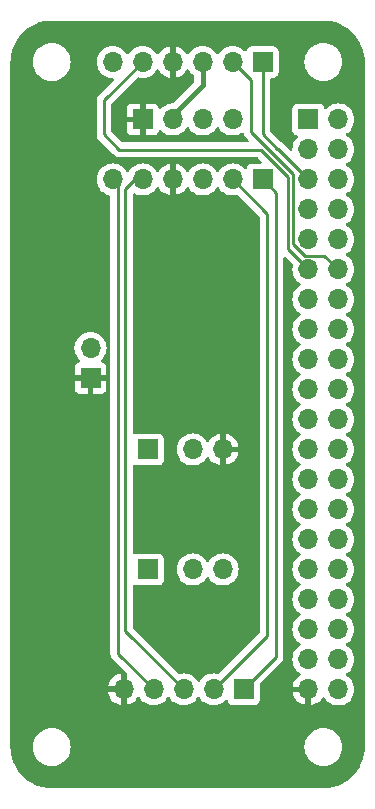
<source format=gbr>
%TF.GenerationSoftware,KiCad,Pcbnew,7.0.9-7.0.9~ubuntu22.04.1*%
%TF.CreationDate,2023-11-26T13:18:20+11:00*%
%TF.ProjectId,pi1541,70693135-3431-42e6-9b69-6361645f7063,v03*%
%TF.SameCoordinates,Original*%
%TF.FileFunction,Copper,L2,Bot*%
%TF.FilePolarity,Positive*%
%FSLAX46Y46*%
G04 Gerber Fmt 4.6, Leading zero omitted, Abs format (unit mm)*
G04 Created by KiCad (PCBNEW 7.0.9-7.0.9~ubuntu22.04.1) date 2023-11-26 13:18:20*
%MOMM*%
%LPD*%
G01*
G04 APERTURE LIST*
%TA.AperFunction,ComponentPad*%
%ADD10R,1.700000X1.700000*%
%TD*%
%TA.AperFunction,ComponentPad*%
%ADD11O,1.700000X1.700000*%
%TD*%
%TA.AperFunction,Conductor*%
%ADD12C,0.400000*%
%TD*%
%TA.AperFunction,Conductor*%
%ADD13C,0.250000*%
%TD*%
G04 APERTURE END LIST*
D10*
%TO.P,J6,1,Pin_1*%
%TO.N,Net-(J1-Pin_7)*%
X111622000Y-106475000D03*
D11*
%TO.P,J6,2,Pin_2*%
%TO.N,Net-(J1-Pin_16)*%
X115432000Y-106475000D03*
%TO.P,J6,3,Pin_3*%
%TO.N,Net-(J1-Pin_13)*%
X117972000Y-106475000D03*
%TD*%
D10*
%TO.P,J1,1,Pin_1*%
%TO.N,Net-(J1-Pin_1)*%
X125225000Y-68375000D03*
D11*
%TO.P,J1,2,Pin_2*%
%TO.N,Net-(J1-Pin_2)*%
X127765000Y-68375000D03*
%TO.P,J1,3,Pin_3*%
%TO.N,Net-(J1-Pin_3)*%
X125225000Y-70915000D03*
%TO.P,J1,4,Pin_4*%
%TO.N,Net-(J1-Pin_4)*%
X127765000Y-70915000D03*
%TO.P,J1,5,Pin_5*%
%TO.N,Net-(J1-Pin_5)*%
X125225000Y-73455000D03*
%TO.P,J1,6,Pin_6*%
%TO.N,unconnected-(J1-Pin_6-Pad6)*%
X127765000Y-73455000D03*
%TO.P,J1,7,Pin_7*%
%TO.N,Net-(J1-Pin_7)*%
X125225000Y-75995000D03*
%TO.P,J1,8,Pin_8*%
%TO.N,unconnected-(J1-Pin_8-Pad8)*%
X127765000Y-75995000D03*
%TO.P,J1,9,Pin_9*%
%TO.N,unconnected-(J1-Pin_9-Pad9)*%
X125225000Y-78535000D03*
%TO.P,J1,10,Pin_10*%
%TO.N,unconnected-(J1-Pin_10-Pad10)*%
X127765000Y-78535000D03*
%TO.P,J1,11,Pin_11*%
%TO.N,Net-(J1-Pin_11)*%
X125225000Y-81075000D03*
%TO.P,J1,12,Pin_12*%
%TO.N,Net-(J1-Pin_12)*%
X127765000Y-81075000D03*
%TO.P,J1,13,Pin_13*%
%TO.N,Net-(J1-Pin_13)*%
X125225000Y-83615000D03*
%TO.P,J1,14,Pin_14*%
%TO.N,unconnected-(J1-Pin_14-Pad14)*%
X127765000Y-83615000D03*
%TO.P,J1,15,Pin_15*%
%TO.N,Net-(J1-Pin_15)*%
X125225000Y-86155000D03*
%TO.P,J1,16,Pin_16*%
%TO.N,Net-(J1-Pin_16)*%
X127765000Y-86155000D03*
%TO.P,J1,17,Pin_17*%
%TO.N,unconnected-(J1-Pin_17-Pad17)*%
X125225000Y-88695000D03*
%TO.P,J1,18,Pin_18*%
%TO.N,unconnected-(J1-Pin_18-Pad18)*%
X127765000Y-88695000D03*
%TO.P,J1,19,Pin_19*%
%TO.N,unconnected-(J1-Pin_19-Pad19)*%
X125225000Y-91235000D03*
%TO.P,J1,20,Pin_20*%
%TO.N,unconnected-(J1-Pin_20-Pad20)*%
X127765000Y-91235000D03*
%TO.P,J1,21,Pin_21*%
%TO.N,unconnected-(J1-Pin_21-Pad21)*%
X125225000Y-93775000D03*
%TO.P,J1,22,Pin_22*%
%TO.N,unconnected-(J1-Pin_22-Pad22)*%
X127765000Y-93775000D03*
%TO.P,J1,23,Pin_23*%
%TO.N,unconnected-(J1-Pin_23-Pad23)*%
X125225000Y-96315000D03*
%TO.P,J1,24,Pin_24*%
%TO.N,unconnected-(J1-Pin_24-Pad24)*%
X127765000Y-96315000D03*
%TO.P,J1,25,Pin_25*%
%TO.N,unconnected-(J1-Pin_25-Pad25)*%
X125225000Y-98855000D03*
%TO.P,J1,26,Pin_26*%
%TO.N,unconnected-(J1-Pin_26-Pad26)*%
X127765000Y-98855000D03*
%TO.P,J1,27,Pin_27*%
%TO.N,Net-(J1-Pin_27)*%
X125225000Y-101395000D03*
%TO.P,J1,28,Pin_28*%
%TO.N,Net-(J1-Pin_28)*%
X127765000Y-101395000D03*
%TO.P,J1,29,Pin_29*%
%TO.N,Net-(J1-Pin_29)*%
X125225000Y-103935000D03*
%TO.P,J1,30,Pin_30*%
%TO.N,unconnected-(J1-Pin_30-Pad30)*%
X127765000Y-103935000D03*
%TO.P,J1,31,Pin_31*%
%TO.N,unconnected-(J1-Pin_31-Pad31)*%
X125225000Y-106475000D03*
%TO.P,J1,32,Pin_32*%
%TO.N,unconnected-(J1-Pin_32-Pad32)*%
X127765000Y-106475000D03*
%TO.P,J1,33,Pin_33*%
%TO.N,unconnected-(J1-Pin_33-Pad33)*%
X125225000Y-109015000D03*
%TO.P,J1,34,Pin_34*%
%TO.N,unconnected-(J1-Pin_34-Pad34)*%
X127765000Y-109015000D03*
%TO.P,J1,35,Pin_35*%
%TO.N,unconnected-(J1-Pin_35-Pad35)*%
X125225000Y-111555000D03*
%TO.P,J1,36,Pin_36*%
%TO.N,unconnected-(J1-Pin_36-Pad36)*%
X127765000Y-111555000D03*
%TO.P,J1,37,Pin_37*%
%TO.N,unconnected-(J1-Pin_37-Pad37)*%
X125225000Y-114095000D03*
%TO.P,J1,38,Pin_38*%
%TO.N,unconnected-(J1-Pin_38-Pad38)*%
X127765000Y-114095000D03*
%TO.P,J1,39,Pin_39*%
%TO.N,GND*%
X125225000Y-116635000D03*
%TO.P,J1,40,Pin_40*%
%TO.N,unconnected-(J1-Pin_40-Pad40)*%
X127765000Y-116635000D03*
%TD*%
D10*
%TO.P,J7,1,Pin_1*%
%TO.N,GND*%
X111200000Y-68375000D03*
D11*
%TO.P,J7,2,Pin_2*%
%TO.N,Net-(J1-Pin_1)*%
X113740000Y-68375000D03*
%TO.P,J7,3,Pin_3*%
%TO.N,Net-(J1-Pin_28)*%
X116280000Y-68375000D03*
%TO.P,J7,4,Pin_4*%
%TO.N,Net-(J1-Pin_27)*%
X118820000Y-68375000D03*
%TD*%
D10*
%TO.P,J5,1,Pin_1*%
%TO.N,Net-(J1-Pin_29)*%
X111622000Y-96315000D03*
D11*
%TO.P,J5,2,Pin_2*%
%TO.N,Net-(J1-Pin_15)*%
X115432000Y-96315000D03*
%TO.P,J5,3,Pin_3*%
%TO.N,GND*%
X117972000Y-96315000D03*
%TD*%
D10*
%TO.P,J8,1,Pin_1*%
%TO.N,GND*%
X106781600Y-90251200D03*
D11*
%TO.P,J8,2,Pin_2*%
%TO.N,Net-(J1-Pin_2)*%
X106781600Y-87711200D03*
%TD*%
D10*
%TO.P,J4,1,Pin_1*%
%TO.N,Net-(J3-Pin_1)*%
X119741000Y-116625000D03*
D11*
%TO.P,J4,2,Pin_2*%
%TO.N,Net-(J3-Pin_2)*%
X117201000Y-116625000D03*
%TO.P,J4,3,Pin_3*%
%TO.N,Net-(J3-Pin_5)*%
X114661000Y-116625000D03*
%TO.P,J4,4,Pin_4*%
%TO.N,Net-(J3-Pin_6)*%
X112121000Y-116625000D03*
%TO.P,J4,5,Pin_5*%
%TO.N,GND*%
X109581000Y-116625000D03*
%TD*%
D10*
%TO.P,J2,1,Pin_1*%
%TO.N,Net-(J1-Pin_5)*%
X121350000Y-63500000D03*
D11*
%TO.P,J2,2,Pin_2*%
%TO.N,Net-(J1-Pin_12)*%
X118810000Y-63500000D03*
%TO.P,J2,3,Pin_3*%
%TO.N,Net-(J1-Pin_1)*%
X116270000Y-63500000D03*
%TO.P,J2,4,Pin_4*%
%TO.N,GND*%
X113730000Y-63500000D03*
%TO.P,J2,5,Pin_5*%
%TO.N,Net-(J1-Pin_11)*%
X111190000Y-63500000D03*
%TO.P,J2,6,Pin_6*%
%TO.N,Net-(J1-Pin_3)*%
X108650000Y-63500000D03*
%TD*%
D10*
%TO.P,J3,1,Pin_1*%
%TO.N,Net-(J3-Pin_1)*%
X121350000Y-73455000D03*
D11*
%TO.P,J3,2,Pin_2*%
%TO.N,Net-(J3-Pin_2)*%
X118810000Y-73455000D03*
%TO.P,J3,3,Pin_3*%
%TO.N,Net-(J1-Pin_4)*%
X116270000Y-73455000D03*
%TO.P,J3,4,Pin_4*%
%TO.N,GND*%
X113730000Y-73455000D03*
%TO.P,J3,5,Pin_5*%
%TO.N,Net-(J3-Pin_5)*%
X111190000Y-73455000D03*
%TO.P,J3,6,Pin_6*%
%TO.N,Net-(J3-Pin_6)*%
X108650000Y-73455000D03*
%TD*%
D12*
%TO.N,Net-(J1-Pin_1)*%
X116270000Y-65492400D02*
X116270000Y-63500000D01*
X113740000Y-68375000D02*
X113740000Y-68022400D01*
X113740000Y-68022400D02*
X116270000Y-65492400D01*
D13*
%TO.N,Net-(J1-Pin_3)*%
X108650000Y-63500000D02*
X108280200Y-63130200D01*
%TO.N,Net-(J1-Pin_5)*%
X121350000Y-63500000D02*
X121350000Y-69610200D01*
X121350000Y-69610200D02*
X122605800Y-70866000D01*
X122636000Y-70866000D02*
X125225000Y-73455000D01*
X122605800Y-70866000D02*
X122636000Y-70866000D01*
%TO.N,Net-(J1-Pin_11)*%
X109220000Y-70942200D02*
X107924600Y-69646800D01*
X123476600Y-79326600D02*
X123476600Y-73231600D01*
X107924600Y-66765400D02*
X111190000Y-63500000D01*
X123476600Y-73231600D02*
X121187200Y-70942200D01*
X121187200Y-70942200D02*
X109220000Y-70942200D01*
X125225000Y-81075000D02*
X123476600Y-79326600D01*
X107924600Y-69646800D02*
X107924600Y-66765400D01*
%TO.N,Net-(J1-Pin_12)*%
X118810000Y-63500000D02*
X120370600Y-65060600D01*
X124928299Y-79900000D02*
X126590000Y-79900000D01*
X120370600Y-65060600D02*
X120370600Y-69443600D01*
X126590000Y-79900000D02*
X127765000Y-81075000D01*
X123926600Y-72999600D02*
X123926600Y-78898301D01*
X123926600Y-78898301D02*
X124928299Y-79900000D01*
X120370600Y-69443600D02*
X123926600Y-72999600D01*
%TO.N,Net-(J3-Pin_1)*%
X122478800Y-113887200D02*
X119741000Y-116625000D01*
X122478800Y-74583800D02*
X122478800Y-113887200D01*
X121350000Y-73455000D02*
X122478800Y-74583800D01*
%TO.N,Net-(J3-Pin_2)*%
X118810000Y-73455000D02*
X121742200Y-76387200D01*
X121742200Y-112083800D02*
X117201000Y-116625000D01*
X121742200Y-76387200D02*
X121742200Y-112083800D01*
%TO.N,Net-(J3-Pin_5)*%
X111190000Y-73455000D02*
X110517200Y-73455000D01*
X109728000Y-111692000D02*
X114661000Y-116625000D01*
X109728000Y-74244200D02*
X109728000Y-111692000D01*
X110517200Y-73455000D02*
X109728000Y-74244200D01*
%TO.N,Net-(J3-Pin_6)*%
X108650000Y-73455000D02*
X109093000Y-73898000D01*
X109093000Y-113597000D02*
X112121000Y-116625000D01*
X109093000Y-73898000D02*
X109093000Y-113597000D01*
%TD*%
%TA.AperFunction,Conductor*%
%TO.N,GND*%
G36*
X113980000Y-74785633D02*
G01*
X114193483Y-74728433D01*
X114193492Y-74728429D01*
X114407578Y-74628600D01*
X114601082Y-74493105D01*
X114768105Y-74326082D01*
X114898119Y-74140405D01*
X114952696Y-74096781D01*
X115022195Y-74089588D01*
X115084549Y-74121110D01*
X115101269Y-74140405D01*
X115231505Y-74326401D01*
X115398599Y-74493495D01*
X115433499Y-74517932D01*
X115592165Y-74629032D01*
X115592167Y-74629033D01*
X115592170Y-74629035D01*
X115806337Y-74728903D01*
X116034592Y-74790063D01*
X116214634Y-74805815D01*
X116269999Y-74810659D01*
X116270000Y-74810659D01*
X116270001Y-74810659D01*
X116325366Y-74805815D01*
X116505408Y-74790063D01*
X116733663Y-74728903D01*
X116947830Y-74629035D01*
X117141401Y-74493495D01*
X117308495Y-74326401D01*
X117438425Y-74140842D01*
X117493002Y-74097217D01*
X117562500Y-74090023D01*
X117624855Y-74121546D01*
X117641575Y-74140842D01*
X117771500Y-74326395D01*
X117771505Y-74326401D01*
X117938599Y-74493495D01*
X117973499Y-74517932D01*
X118132165Y-74629032D01*
X118132167Y-74629033D01*
X118132170Y-74629035D01*
X118346337Y-74728903D01*
X118574592Y-74790063D01*
X118754634Y-74805815D01*
X118809999Y-74810659D01*
X118810000Y-74810659D01*
X118810001Y-74810659D01*
X118865366Y-74805815D01*
X119045408Y-74790063D01*
X119145873Y-74763143D01*
X119215722Y-74764806D01*
X119265647Y-74795237D01*
X121080381Y-76609971D01*
X121113866Y-76671294D01*
X121116700Y-76697652D01*
X121116700Y-111773346D01*
X121097015Y-111840385D01*
X121080381Y-111861027D01*
X117656646Y-115284761D01*
X117595323Y-115318246D01*
X117536873Y-115316855D01*
X117436408Y-115289937D01*
X117201001Y-115269341D01*
X117200999Y-115269341D01*
X116965596Y-115289936D01*
X116965586Y-115289938D01*
X116737344Y-115351094D01*
X116737335Y-115351098D01*
X116523171Y-115450964D01*
X116523169Y-115450965D01*
X116329597Y-115586505D01*
X116162505Y-115753597D01*
X116032575Y-115939158D01*
X115977998Y-115982783D01*
X115908500Y-115989977D01*
X115846145Y-115958454D01*
X115829425Y-115939158D01*
X115699494Y-115753597D01*
X115532402Y-115586506D01*
X115532395Y-115586501D01*
X115338834Y-115450967D01*
X115338830Y-115450965D01*
X115336450Y-115449855D01*
X115124663Y-115351097D01*
X115124659Y-115351096D01*
X115124655Y-115351094D01*
X114896413Y-115289938D01*
X114896403Y-115289936D01*
X114661001Y-115269341D01*
X114660999Y-115269341D01*
X114425590Y-115289937D01*
X114425589Y-115289937D01*
X114325124Y-115316855D01*
X114255274Y-115315191D01*
X114205352Y-115284761D01*
X110389819Y-111469228D01*
X110356334Y-111407905D01*
X110353500Y-111381547D01*
X110353500Y-107881591D01*
X110373185Y-107814552D01*
X110425989Y-107768797D01*
X110495147Y-107758853D01*
X110520729Y-107767384D01*
X110521359Y-107765697D01*
X110664517Y-107819091D01*
X110664516Y-107819091D01*
X110671444Y-107819835D01*
X110724127Y-107825500D01*
X112519872Y-107825499D01*
X112579483Y-107819091D01*
X112714331Y-107768796D01*
X112829546Y-107682546D01*
X112915796Y-107567331D01*
X112966091Y-107432483D01*
X112972500Y-107372873D01*
X112972499Y-106475000D01*
X114076341Y-106475000D01*
X114096936Y-106710403D01*
X114096938Y-106710413D01*
X114158094Y-106938655D01*
X114158096Y-106938659D01*
X114158097Y-106938663D01*
X114162000Y-106947032D01*
X114257965Y-107152830D01*
X114257967Y-107152834D01*
X114366281Y-107307521D01*
X114393505Y-107346401D01*
X114560599Y-107513495D01*
X114657384Y-107581265D01*
X114754165Y-107649032D01*
X114754167Y-107649033D01*
X114754170Y-107649035D01*
X114968337Y-107748903D01*
X115196592Y-107810063D01*
X115373034Y-107825500D01*
X115431999Y-107830659D01*
X115432000Y-107830659D01*
X115432001Y-107830659D01*
X115490966Y-107825500D01*
X115667408Y-107810063D01*
X115895663Y-107748903D01*
X116109830Y-107649035D01*
X116303401Y-107513495D01*
X116470495Y-107346401D01*
X116600425Y-107160842D01*
X116655002Y-107117217D01*
X116724500Y-107110023D01*
X116786855Y-107141546D01*
X116803575Y-107160842D01*
X116933500Y-107346395D01*
X116933505Y-107346401D01*
X117100599Y-107513495D01*
X117197384Y-107581265D01*
X117294165Y-107649032D01*
X117294167Y-107649033D01*
X117294170Y-107649035D01*
X117508337Y-107748903D01*
X117736592Y-107810063D01*
X117913034Y-107825500D01*
X117971999Y-107830659D01*
X117972000Y-107830659D01*
X117972001Y-107830659D01*
X118030966Y-107825500D01*
X118207408Y-107810063D01*
X118435663Y-107748903D01*
X118649830Y-107649035D01*
X118843401Y-107513495D01*
X119010495Y-107346401D01*
X119146035Y-107152830D01*
X119245903Y-106938663D01*
X119307063Y-106710408D01*
X119327659Y-106475000D01*
X119307063Y-106239592D01*
X119245903Y-106011337D01*
X119146035Y-105797171D01*
X119140425Y-105789158D01*
X119010494Y-105603597D01*
X118843402Y-105436506D01*
X118843395Y-105436501D01*
X118649834Y-105300967D01*
X118649830Y-105300965D01*
X118649828Y-105300964D01*
X118435663Y-105201097D01*
X118435659Y-105201096D01*
X118435655Y-105201094D01*
X118207413Y-105139938D01*
X118207403Y-105139936D01*
X117972001Y-105119341D01*
X117971999Y-105119341D01*
X117736596Y-105139936D01*
X117736586Y-105139938D01*
X117508344Y-105201094D01*
X117508335Y-105201098D01*
X117294171Y-105300964D01*
X117294169Y-105300965D01*
X117100597Y-105436505D01*
X116933505Y-105603597D01*
X116803575Y-105789158D01*
X116748998Y-105832783D01*
X116679500Y-105839977D01*
X116617145Y-105808454D01*
X116600425Y-105789158D01*
X116470494Y-105603597D01*
X116303402Y-105436506D01*
X116303395Y-105436501D01*
X116109834Y-105300967D01*
X116109830Y-105300965D01*
X116109828Y-105300964D01*
X115895663Y-105201097D01*
X115895659Y-105201096D01*
X115895655Y-105201094D01*
X115667413Y-105139938D01*
X115667403Y-105139936D01*
X115432001Y-105119341D01*
X115431999Y-105119341D01*
X115196596Y-105139936D01*
X115196586Y-105139938D01*
X114968344Y-105201094D01*
X114968335Y-105201098D01*
X114754171Y-105300964D01*
X114754169Y-105300965D01*
X114560597Y-105436505D01*
X114393505Y-105603597D01*
X114257965Y-105797169D01*
X114257964Y-105797171D01*
X114158098Y-106011335D01*
X114158094Y-106011344D01*
X114096938Y-106239586D01*
X114096936Y-106239596D01*
X114076341Y-106474999D01*
X114076341Y-106475000D01*
X112972499Y-106475000D01*
X112972499Y-105577128D01*
X112966091Y-105517517D01*
X112915796Y-105382669D01*
X112915795Y-105382668D01*
X112915793Y-105382664D01*
X112829547Y-105267455D01*
X112829544Y-105267452D01*
X112714335Y-105181206D01*
X112714328Y-105181202D01*
X112579482Y-105130908D01*
X112579483Y-105130908D01*
X112519883Y-105124501D01*
X112519881Y-105124500D01*
X112519873Y-105124500D01*
X112519864Y-105124500D01*
X110724129Y-105124500D01*
X110724123Y-105124501D01*
X110664516Y-105130908D01*
X110521359Y-105184303D01*
X110520092Y-105180907D01*
X110468614Y-105192089D01*
X110403158Y-105167651D01*
X110361304Y-105111705D01*
X110353500Y-105068408D01*
X110353500Y-97721591D01*
X110373185Y-97654552D01*
X110425989Y-97608797D01*
X110495147Y-97598853D01*
X110520729Y-97607384D01*
X110521359Y-97605697D01*
X110664517Y-97659091D01*
X110664516Y-97659091D01*
X110671444Y-97659835D01*
X110724127Y-97665500D01*
X112519872Y-97665499D01*
X112579483Y-97659091D01*
X112714331Y-97608796D01*
X112829546Y-97522546D01*
X112915796Y-97407331D01*
X112966091Y-97272483D01*
X112972500Y-97212873D01*
X112972499Y-96315000D01*
X114076341Y-96315000D01*
X114096936Y-96550403D01*
X114096938Y-96550413D01*
X114158094Y-96778655D01*
X114158096Y-96778659D01*
X114158097Y-96778663D01*
X114238004Y-96950023D01*
X114257965Y-96992830D01*
X114257967Y-96992834D01*
X114366281Y-97147521D01*
X114393505Y-97186401D01*
X114560599Y-97353495D01*
X114657384Y-97421265D01*
X114754165Y-97489032D01*
X114754167Y-97489033D01*
X114754170Y-97489035D01*
X114968337Y-97588903D01*
X115196592Y-97650063D01*
X115373034Y-97665500D01*
X115431999Y-97670659D01*
X115432000Y-97670659D01*
X115432001Y-97670659D01*
X115490966Y-97665500D01*
X115667408Y-97650063D01*
X115895663Y-97588903D01*
X116109830Y-97489035D01*
X116303401Y-97353495D01*
X116470495Y-97186401D01*
X116600730Y-97000405D01*
X116655307Y-96956781D01*
X116724805Y-96949587D01*
X116787160Y-96981110D01*
X116803879Y-97000405D01*
X116933890Y-97186078D01*
X117100917Y-97353105D01*
X117294421Y-97488600D01*
X117508507Y-97588429D01*
X117508516Y-97588433D01*
X117722000Y-97645634D01*
X117722000Y-96750501D01*
X117829685Y-96799680D01*
X117936237Y-96815000D01*
X118007763Y-96815000D01*
X118114315Y-96799680D01*
X118222000Y-96750501D01*
X118222000Y-97645633D01*
X118435483Y-97588433D01*
X118435492Y-97588429D01*
X118649578Y-97488600D01*
X118843082Y-97353105D01*
X119010105Y-97186082D01*
X119145600Y-96992578D01*
X119245429Y-96778492D01*
X119245432Y-96778486D01*
X119302636Y-96565000D01*
X118405686Y-96565000D01*
X118431493Y-96524844D01*
X118472000Y-96386889D01*
X118472000Y-96243111D01*
X118431493Y-96105156D01*
X118405686Y-96065000D01*
X119302636Y-96065000D01*
X119302635Y-96064999D01*
X119245432Y-95851513D01*
X119245429Y-95851507D01*
X119145600Y-95637422D01*
X119145599Y-95637420D01*
X119010113Y-95443926D01*
X119010108Y-95443920D01*
X118843082Y-95276894D01*
X118649578Y-95141399D01*
X118435492Y-95041570D01*
X118435486Y-95041567D01*
X118222000Y-94984364D01*
X118222000Y-95879498D01*
X118114315Y-95830320D01*
X118007763Y-95815000D01*
X117936237Y-95815000D01*
X117829685Y-95830320D01*
X117722000Y-95879498D01*
X117722000Y-94984364D01*
X117721999Y-94984364D01*
X117508513Y-95041567D01*
X117508507Y-95041570D01*
X117294422Y-95141399D01*
X117294420Y-95141400D01*
X117100926Y-95276886D01*
X117100920Y-95276891D01*
X116933891Y-95443920D01*
X116933890Y-95443922D01*
X116803880Y-95629595D01*
X116749303Y-95673219D01*
X116679804Y-95680412D01*
X116617450Y-95648890D01*
X116600730Y-95629594D01*
X116470494Y-95443597D01*
X116303402Y-95276506D01*
X116303395Y-95276501D01*
X116109834Y-95140967D01*
X116109830Y-95140965D01*
X116109828Y-95140964D01*
X115895663Y-95041097D01*
X115895659Y-95041096D01*
X115895655Y-95041094D01*
X115667413Y-94979938D01*
X115667403Y-94979936D01*
X115432001Y-94959341D01*
X115431999Y-94959341D01*
X115196596Y-94979936D01*
X115196586Y-94979938D01*
X114968344Y-95041094D01*
X114968335Y-95041098D01*
X114754171Y-95140964D01*
X114754169Y-95140965D01*
X114560597Y-95276505D01*
X114393505Y-95443597D01*
X114257965Y-95637169D01*
X114257964Y-95637171D01*
X114158098Y-95851335D01*
X114158094Y-95851344D01*
X114096938Y-96079586D01*
X114096936Y-96079596D01*
X114076341Y-96314999D01*
X114076341Y-96315000D01*
X112972499Y-96315000D01*
X112972499Y-95417128D01*
X112966091Y-95357517D01*
X112936019Y-95276891D01*
X112915797Y-95222671D01*
X112915793Y-95222664D01*
X112829547Y-95107455D01*
X112829544Y-95107452D01*
X112714335Y-95021206D01*
X112714328Y-95021202D01*
X112579482Y-94970908D01*
X112579483Y-94970908D01*
X112519883Y-94964501D01*
X112519881Y-94964500D01*
X112519873Y-94964500D01*
X112519864Y-94964500D01*
X110724129Y-94964500D01*
X110724123Y-94964501D01*
X110664516Y-94970908D01*
X110521359Y-95024303D01*
X110520092Y-95020907D01*
X110468614Y-95032089D01*
X110403158Y-95007651D01*
X110361304Y-94951705D01*
X110353500Y-94908408D01*
X110353500Y-74749687D01*
X110373185Y-74682648D01*
X110425989Y-74636893D01*
X110495147Y-74626949D01*
X110529905Y-74637305D01*
X110726337Y-74728903D01*
X110954592Y-74790063D01*
X111134634Y-74805815D01*
X111189999Y-74810659D01*
X111190000Y-74810659D01*
X111190001Y-74810659D01*
X111245366Y-74805815D01*
X111425408Y-74790063D01*
X111653663Y-74728903D01*
X111867830Y-74629035D01*
X112061401Y-74493495D01*
X112228495Y-74326401D01*
X112358730Y-74140405D01*
X112413307Y-74096781D01*
X112482805Y-74089587D01*
X112545160Y-74121110D01*
X112561879Y-74140405D01*
X112691890Y-74326078D01*
X112858917Y-74493105D01*
X113052421Y-74628600D01*
X113266507Y-74728429D01*
X113266516Y-74728433D01*
X113480000Y-74785634D01*
X113480000Y-73890501D01*
X113587685Y-73939680D01*
X113694237Y-73955000D01*
X113765763Y-73955000D01*
X113872315Y-73939680D01*
X113980000Y-73890501D01*
X113980000Y-74785633D01*
G37*
%TD.AperFunction*%
%TA.AperFunction,Conductor*%
G36*
X113980000Y-64830633D02*
G01*
X114193483Y-64773433D01*
X114193492Y-64773429D01*
X114407578Y-64673600D01*
X114601082Y-64538105D01*
X114768105Y-64371082D01*
X114898119Y-64185405D01*
X114952696Y-64141781D01*
X115022195Y-64134588D01*
X115084549Y-64166110D01*
X115101269Y-64185405D01*
X115231505Y-64371401D01*
X115231506Y-64371402D01*
X115398597Y-64538494D01*
X115516623Y-64621136D01*
X115560248Y-64675713D01*
X115569500Y-64722711D01*
X115569500Y-65150880D01*
X115549815Y-65217919D01*
X115533181Y-65238561D01*
X113785503Y-66986238D01*
X113724180Y-67019723D01*
X113708630Y-67022085D01*
X113504596Y-67039936D01*
X113504586Y-67039938D01*
X113276344Y-67101094D01*
X113276335Y-67101098D01*
X113062171Y-67200964D01*
X113062169Y-67200965D01*
X112868600Y-67336503D01*
X112746284Y-67458819D01*
X112684961Y-67492303D01*
X112615269Y-67487319D01*
X112559336Y-67445447D01*
X112542421Y-67414470D01*
X112493354Y-67282913D01*
X112493350Y-67282906D01*
X112407190Y-67167812D01*
X112407187Y-67167809D01*
X112292093Y-67081649D01*
X112292086Y-67081645D01*
X112157379Y-67031403D01*
X112157372Y-67031401D01*
X112097844Y-67025000D01*
X111450000Y-67025000D01*
X111450000Y-67939498D01*
X111342315Y-67890320D01*
X111235763Y-67875000D01*
X111164237Y-67875000D01*
X111057685Y-67890320D01*
X110950000Y-67939498D01*
X110950000Y-67025000D01*
X110302155Y-67025000D01*
X110242627Y-67031401D01*
X110242620Y-67031403D01*
X110107913Y-67081645D01*
X110107906Y-67081649D01*
X109992812Y-67167809D01*
X109992809Y-67167812D01*
X109906649Y-67282906D01*
X109906645Y-67282913D01*
X109856403Y-67417620D01*
X109856401Y-67417627D01*
X109850000Y-67477155D01*
X109850000Y-68125000D01*
X110766314Y-68125000D01*
X110740507Y-68165156D01*
X110700000Y-68303111D01*
X110700000Y-68446889D01*
X110740507Y-68584844D01*
X110766314Y-68625000D01*
X109850000Y-68625000D01*
X109850000Y-69272844D01*
X109856401Y-69332372D01*
X109856403Y-69332379D01*
X109906645Y-69467086D01*
X109906649Y-69467093D01*
X109992809Y-69582187D01*
X109992812Y-69582190D01*
X110107906Y-69668350D01*
X110107913Y-69668354D01*
X110242620Y-69718596D01*
X110242627Y-69718598D01*
X110302155Y-69724999D01*
X110302172Y-69725000D01*
X110950000Y-69725000D01*
X110950000Y-68810501D01*
X111057685Y-68859680D01*
X111164237Y-68875000D01*
X111235763Y-68875000D01*
X111342315Y-68859680D01*
X111450000Y-68810501D01*
X111450000Y-69725000D01*
X112097828Y-69725000D01*
X112097844Y-69724999D01*
X112157372Y-69718598D01*
X112157379Y-69718596D01*
X112292086Y-69668354D01*
X112292093Y-69668350D01*
X112407187Y-69582190D01*
X112407190Y-69582187D01*
X112493350Y-69467093D01*
X112493354Y-69467086D01*
X112542422Y-69335529D01*
X112584293Y-69279595D01*
X112649757Y-69255178D01*
X112718030Y-69270030D01*
X112746285Y-69291181D01*
X112868599Y-69413495D01*
X112963821Y-69480170D01*
X113062165Y-69549032D01*
X113062167Y-69549033D01*
X113062170Y-69549035D01*
X113276337Y-69648903D01*
X113276343Y-69648904D01*
X113276344Y-69648905D01*
X113305115Y-69656614D01*
X113504592Y-69710063D01*
X113681034Y-69725500D01*
X113739999Y-69730659D01*
X113740000Y-69730659D01*
X113740001Y-69730659D01*
X113798966Y-69725500D01*
X113975408Y-69710063D01*
X114203663Y-69648903D01*
X114417830Y-69549035D01*
X114611401Y-69413495D01*
X114778495Y-69246401D01*
X114908425Y-69060842D01*
X114963002Y-69017217D01*
X115032500Y-69010023D01*
X115094855Y-69041546D01*
X115111575Y-69060842D01*
X115241500Y-69246395D01*
X115241505Y-69246401D01*
X115408599Y-69413495D01*
X115503821Y-69480170D01*
X115602165Y-69549032D01*
X115602167Y-69549033D01*
X115602170Y-69549035D01*
X115816337Y-69648903D01*
X115816343Y-69648904D01*
X115816344Y-69648905D01*
X115845115Y-69656614D01*
X116044592Y-69710063D01*
X116221034Y-69725500D01*
X116279999Y-69730659D01*
X116280000Y-69730659D01*
X116280001Y-69730659D01*
X116338966Y-69725500D01*
X116515408Y-69710063D01*
X116743663Y-69648903D01*
X116957830Y-69549035D01*
X117151401Y-69413495D01*
X117318495Y-69246401D01*
X117448425Y-69060842D01*
X117503002Y-69017217D01*
X117572500Y-69010023D01*
X117634855Y-69041546D01*
X117651575Y-69060842D01*
X117781500Y-69246395D01*
X117781505Y-69246401D01*
X117948599Y-69413495D01*
X118043821Y-69480170D01*
X118142165Y-69549032D01*
X118142167Y-69549033D01*
X118142170Y-69549035D01*
X118356337Y-69648903D01*
X118356343Y-69648904D01*
X118356344Y-69648905D01*
X118385115Y-69656614D01*
X118584592Y-69710063D01*
X118761034Y-69725500D01*
X118819999Y-69730659D01*
X118820000Y-69730659D01*
X118820001Y-69730659D01*
X118878966Y-69725500D01*
X119055408Y-69710063D01*
X119283663Y-69648903D01*
X119497830Y-69549035D01*
X119564293Y-69502496D01*
X119630496Y-69480170D01*
X119698264Y-69497179D01*
X119746077Y-69548127D01*
X119758437Y-69588531D01*
X119759934Y-69600387D01*
X119759935Y-69600390D01*
X119777090Y-69643719D01*
X119778982Y-69649247D01*
X119791981Y-69693988D01*
X119802180Y-69711234D01*
X119810738Y-69728703D01*
X119818114Y-69747332D01*
X119845498Y-69785023D01*
X119848706Y-69789907D01*
X119872427Y-69830016D01*
X119872433Y-69830024D01*
X119886590Y-69844180D01*
X119899227Y-69858975D01*
X119911006Y-69875187D01*
X119937603Y-69897190D01*
X119946909Y-69904888D01*
X119951220Y-69908810D01*
X120075626Y-70033216D01*
X120147429Y-70105019D01*
X120180914Y-70166342D01*
X120175930Y-70236034D01*
X120134058Y-70291967D01*
X120068594Y-70316384D01*
X120059748Y-70316700D01*
X109530453Y-70316700D01*
X109463414Y-70297015D01*
X109442772Y-70280381D01*
X108586419Y-69424028D01*
X108552934Y-69362705D01*
X108550100Y-69336347D01*
X108550100Y-67075852D01*
X108569785Y-67008813D01*
X108586419Y-66988171D01*
X109614265Y-65960325D01*
X110734354Y-64840235D01*
X110795675Y-64806752D01*
X110854123Y-64808142D01*
X110954592Y-64835063D01*
X111142918Y-64851539D01*
X111189999Y-64855659D01*
X111190000Y-64855659D01*
X111190001Y-64855659D01*
X111229234Y-64852226D01*
X111425408Y-64835063D01*
X111653663Y-64773903D01*
X111867830Y-64674035D01*
X112061401Y-64538495D01*
X112228495Y-64371401D01*
X112358730Y-64185405D01*
X112413307Y-64141781D01*
X112482805Y-64134587D01*
X112545160Y-64166110D01*
X112561879Y-64185405D01*
X112691890Y-64371078D01*
X112858917Y-64538105D01*
X113052421Y-64673600D01*
X113266507Y-64773429D01*
X113266516Y-64773433D01*
X113480000Y-64830634D01*
X113480000Y-63935501D01*
X113587685Y-63984680D01*
X113694237Y-64000000D01*
X113765763Y-64000000D01*
X113872315Y-63984680D01*
X113980000Y-63935501D01*
X113980000Y-64830633D01*
G37*
%TD.AperFunction*%
%TA.AperFunction,Conductor*%
G36*
X126501513Y-60000575D02*
G01*
X126567131Y-60003797D01*
X126652481Y-60007990D01*
X126846607Y-60018164D01*
X126852409Y-60018745D01*
X127021733Y-60043862D01*
X127197594Y-60071716D01*
X127202929Y-60072804D01*
X127372209Y-60115206D01*
X127541341Y-60160525D01*
X127546122Y-60162018D01*
X127711894Y-60221332D01*
X127874263Y-60283660D01*
X127878543Y-60285492D01*
X127964073Y-60325944D01*
X128038476Y-60361134D01*
X128192992Y-60439864D01*
X128196720Y-60441928D01*
X128348967Y-60533180D01*
X128494262Y-60627537D01*
X128497428Y-60629736D01*
X128640323Y-60735714D01*
X128774975Y-60844752D01*
X128777594Y-60846997D01*
X128908517Y-60965658D01*
X128910721Y-60967757D01*
X129032241Y-61089277D01*
X129034340Y-61091481D01*
X129153001Y-61222404D01*
X129155246Y-61225023D01*
X129264285Y-61359676D01*
X129370262Y-61502570D01*
X129372461Y-61505736D01*
X129466822Y-61651038D01*
X129558070Y-61803278D01*
X129560133Y-61807006D01*
X129638868Y-61961529D01*
X129714506Y-62121455D01*
X129716342Y-62125746D01*
X129778672Y-62288120D01*
X129792214Y-62325967D01*
X129837970Y-62453847D01*
X129839479Y-62458678D01*
X129884793Y-62627790D01*
X129927191Y-62797056D01*
X129928286Y-62802424D01*
X129956145Y-62978317D01*
X129981250Y-63147560D01*
X129981836Y-63153416D01*
X129992011Y-63347561D01*
X129999425Y-63498488D01*
X129999500Y-63501530D01*
X129999500Y-121498469D01*
X129999425Y-121501511D01*
X129992011Y-121652438D01*
X129981836Y-121846582D01*
X129981250Y-121852438D01*
X129956145Y-122021682D01*
X129928286Y-122197574D01*
X129927191Y-122202942D01*
X129884793Y-122372209D01*
X129839479Y-122541320D01*
X129837967Y-122546163D01*
X129778672Y-122711879D01*
X129716342Y-122874252D01*
X129714507Y-122878543D01*
X129638868Y-123038470D01*
X129560133Y-123192992D01*
X129558070Y-123196720D01*
X129466822Y-123348961D01*
X129372461Y-123494262D01*
X129370262Y-123497428D01*
X129264285Y-123640323D01*
X129155245Y-123774975D01*
X129153001Y-123777594D01*
X129034340Y-123908517D01*
X129032241Y-123910721D01*
X128910721Y-124032241D01*
X128908517Y-124034340D01*
X128777594Y-124153001D01*
X128774975Y-124155245D01*
X128640323Y-124264285D01*
X128497428Y-124370262D01*
X128494262Y-124372461D01*
X128348961Y-124466822D01*
X128196720Y-124558070D01*
X128192992Y-124560133D01*
X128038470Y-124638868D01*
X127878543Y-124714507D01*
X127874252Y-124716342D01*
X127711879Y-124778672D01*
X127546163Y-124837967D01*
X127541320Y-124839479D01*
X127372209Y-124884793D01*
X127202942Y-124927191D01*
X127197574Y-124928286D01*
X127021682Y-124956145D01*
X126852438Y-124981250D01*
X126846582Y-124981836D01*
X126652438Y-124992011D01*
X126501513Y-124999425D01*
X126498470Y-124999500D01*
X103501530Y-124999500D01*
X103498488Y-124999425D01*
X103347561Y-124992011D01*
X103153416Y-124981836D01*
X103147560Y-124981250D01*
X102978317Y-124956145D01*
X102802424Y-124928286D01*
X102797056Y-124927191D01*
X102627790Y-124884793D01*
X102458678Y-124839479D01*
X102453847Y-124837970D01*
X102347307Y-124799850D01*
X102288120Y-124778672D01*
X102125746Y-124716342D01*
X102121455Y-124714506D01*
X101961529Y-124638868D01*
X101807006Y-124560133D01*
X101803278Y-124558070D01*
X101651038Y-124466822D01*
X101505736Y-124372461D01*
X101502570Y-124370262D01*
X101359676Y-124264285D01*
X101225023Y-124155246D01*
X101222404Y-124153001D01*
X101091481Y-124034340D01*
X101089277Y-124032241D01*
X100967757Y-123910721D01*
X100965658Y-123908517D01*
X100846997Y-123777594D01*
X100844752Y-123774975D01*
X100735714Y-123640323D01*
X100629736Y-123497428D01*
X100627537Y-123494262D01*
X100533177Y-123348961D01*
X100441928Y-123196720D01*
X100439864Y-123192992D01*
X100361131Y-123038470D01*
X100285492Y-122878543D01*
X100283656Y-122874252D01*
X100254707Y-122798838D01*
X100221327Y-122711879D01*
X100162018Y-122546122D01*
X100160525Y-122541341D01*
X100115206Y-122372209D01*
X100072804Y-122202929D01*
X100071716Y-122197594D01*
X100043854Y-122021682D01*
X100018745Y-121852409D01*
X100018164Y-121846607D01*
X100007989Y-121652438D01*
X100003797Y-121567131D01*
X100000575Y-121501513D01*
X100000538Y-121500000D01*
X101894551Y-121500000D01*
X101914317Y-121751151D01*
X101973126Y-121996110D01*
X102069533Y-122228859D01*
X102201160Y-122443653D01*
X102201161Y-122443656D01*
X102201164Y-122443659D01*
X102364776Y-122635224D01*
X102513066Y-122761875D01*
X102556343Y-122798838D01*
X102556346Y-122798839D01*
X102771140Y-122930466D01*
X103003889Y-123026873D01*
X103248852Y-123085683D01*
X103404950Y-123097968D01*
X103437116Y-123100500D01*
X103437118Y-123100500D01*
X103562884Y-123100500D01*
X103592518Y-123098167D01*
X103751148Y-123085683D01*
X103996111Y-123026873D01*
X104228859Y-122930466D01*
X104443659Y-122798836D01*
X104635224Y-122635224D01*
X104798836Y-122443659D01*
X104930466Y-122228859D01*
X105026873Y-121996111D01*
X105085683Y-121751148D01*
X105105449Y-121500000D01*
X124894551Y-121500000D01*
X124914317Y-121751151D01*
X124973126Y-121996110D01*
X125069533Y-122228859D01*
X125201160Y-122443653D01*
X125201161Y-122443656D01*
X125201164Y-122443659D01*
X125364776Y-122635224D01*
X125513066Y-122761875D01*
X125556343Y-122798838D01*
X125556346Y-122798839D01*
X125771140Y-122930466D01*
X126003889Y-123026873D01*
X126248852Y-123085683D01*
X126404950Y-123097968D01*
X126437116Y-123100500D01*
X126437118Y-123100500D01*
X126562884Y-123100500D01*
X126592518Y-123098167D01*
X126751148Y-123085683D01*
X126996111Y-123026873D01*
X127228859Y-122930466D01*
X127443659Y-122798836D01*
X127635224Y-122635224D01*
X127798836Y-122443659D01*
X127930466Y-122228859D01*
X128026873Y-121996111D01*
X128085683Y-121751148D01*
X128105449Y-121500000D01*
X128085683Y-121248852D01*
X128026873Y-121003889D01*
X127930466Y-120771141D01*
X127930466Y-120771140D01*
X127798839Y-120556346D01*
X127798838Y-120556343D01*
X127761875Y-120513066D01*
X127635224Y-120364776D01*
X127508571Y-120256604D01*
X127443656Y-120201161D01*
X127443653Y-120201160D01*
X127228859Y-120069533D01*
X126996110Y-119973126D01*
X126751150Y-119914317D01*
X126562884Y-119899500D01*
X126562882Y-119899500D01*
X126437118Y-119899500D01*
X126437116Y-119899500D01*
X126248849Y-119914317D01*
X126003889Y-119973126D01*
X125771140Y-120069533D01*
X125556346Y-120201160D01*
X125556343Y-120201161D01*
X125364776Y-120364776D01*
X125201161Y-120556343D01*
X125201160Y-120556346D01*
X125069533Y-120771140D01*
X124973126Y-121003889D01*
X124914317Y-121248848D01*
X124894551Y-121500000D01*
X105105449Y-121500000D01*
X105085683Y-121248852D01*
X105026873Y-121003889D01*
X104930466Y-120771141D01*
X104930466Y-120771140D01*
X104798839Y-120556346D01*
X104798838Y-120556343D01*
X104761875Y-120513066D01*
X104635224Y-120364776D01*
X104508571Y-120256604D01*
X104443656Y-120201161D01*
X104443653Y-120201160D01*
X104228859Y-120069533D01*
X103996110Y-119973126D01*
X103751150Y-119914317D01*
X103562884Y-119899500D01*
X103562882Y-119899500D01*
X103437118Y-119899500D01*
X103437116Y-119899500D01*
X103248849Y-119914317D01*
X103003889Y-119973126D01*
X102771140Y-120069533D01*
X102556346Y-120201160D01*
X102556343Y-120201161D01*
X102364776Y-120364776D01*
X102201161Y-120556343D01*
X102201160Y-120556346D01*
X102069533Y-120771140D01*
X101973126Y-121003889D01*
X101914317Y-121248848D01*
X101894551Y-121500000D01*
X100000538Y-121500000D01*
X100000500Y-121498471D01*
X100000500Y-87711200D01*
X105425941Y-87711200D01*
X105446536Y-87946603D01*
X105446538Y-87946613D01*
X105507694Y-88174855D01*
X105507696Y-88174859D01*
X105507697Y-88174863D01*
X105534035Y-88231344D01*
X105607565Y-88389030D01*
X105607567Y-88389034D01*
X105715881Y-88543721D01*
X105743101Y-88582596D01*
X105743106Y-88582602D01*
X105865418Y-88704914D01*
X105898903Y-88766237D01*
X105893919Y-88835929D01*
X105852047Y-88891862D01*
X105821071Y-88908777D01*
X105689512Y-88957846D01*
X105689506Y-88957849D01*
X105574412Y-89044009D01*
X105574409Y-89044012D01*
X105488249Y-89159106D01*
X105488245Y-89159113D01*
X105438003Y-89293820D01*
X105438001Y-89293827D01*
X105431600Y-89353355D01*
X105431600Y-90001200D01*
X106347914Y-90001200D01*
X106322107Y-90041356D01*
X106281600Y-90179311D01*
X106281600Y-90323089D01*
X106322107Y-90461044D01*
X106347914Y-90501200D01*
X105431600Y-90501200D01*
X105431600Y-91149044D01*
X105438001Y-91208572D01*
X105438003Y-91208579D01*
X105488245Y-91343286D01*
X105488249Y-91343293D01*
X105574409Y-91458387D01*
X105574412Y-91458390D01*
X105689506Y-91544550D01*
X105689513Y-91544554D01*
X105824220Y-91594796D01*
X105824227Y-91594798D01*
X105883755Y-91601199D01*
X105883772Y-91601200D01*
X106531600Y-91601200D01*
X106531600Y-90686701D01*
X106639285Y-90735880D01*
X106745837Y-90751200D01*
X106817363Y-90751200D01*
X106923915Y-90735880D01*
X107031600Y-90686701D01*
X107031600Y-91601200D01*
X107679428Y-91601200D01*
X107679444Y-91601199D01*
X107738972Y-91594798D01*
X107738979Y-91594796D01*
X107873686Y-91544554D01*
X107873693Y-91544550D01*
X107988787Y-91458390D01*
X107988790Y-91458387D01*
X108074950Y-91343293D01*
X108074954Y-91343286D01*
X108125196Y-91208579D01*
X108125198Y-91208572D01*
X108131599Y-91149044D01*
X108131600Y-91149027D01*
X108131600Y-90501200D01*
X107215286Y-90501200D01*
X107241093Y-90461044D01*
X107281600Y-90323089D01*
X107281600Y-90179311D01*
X107241093Y-90041356D01*
X107215286Y-90001200D01*
X108131600Y-90001200D01*
X108131600Y-89353372D01*
X108131599Y-89353355D01*
X108125198Y-89293827D01*
X108125196Y-89293820D01*
X108074954Y-89159113D01*
X108074950Y-89159106D01*
X107988790Y-89044012D01*
X107988787Y-89044009D01*
X107873693Y-88957849D01*
X107873688Y-88957846D01*
X107742128Y-88908777D01*
X107686195Y-88866905D01*
X107661778Y-88801441D01*
X107676630Y-88733168D01*
X107697775Y-88704920D01*
X107820095Y-88582601D01*
X107955635Y-88389030D01*
X108055503Y-88174863D01*
X108116663Y-87946608D01*
X108137259Y-87711200D01*
X108116663Y-87475792D01*
X108055503Y-87247537D01*
X107955635Y-87033371D01*
X107950756Y-87026402D01*
X107820094Y-86839797D01*
X107653002Y-86672706D01*
X107652995Y-86672701D01*
X107459434Y-86537167D01*
X107459430Y-86537165D01*
X107459428Y-86537164D01*
X107245263Y-86437297D01*
X107245259Y-86437296D01*
X107245255Y-86437294D01*
X107017013Y-86376138D01*
X107017003Y-86376136D01*
X106781601Y-86355541D01*
X106781599Y-86355541D01*
X106546196Y-86376136D01*
X106546186Y-86376138D01*
X106317944Y-86437294D01*
X106317935Y-86437298D01*
X106103771Y-86537164D01*
X106103769Y-86537165D01*
X105910197Y-86672705D01*
X105743105Y-86839797D01*
X105607565Y-87033369D01*
X105607564Y-87033371D01*
X105507698Y-87247535D01*
X105507694Y-87247544D01*
X105446538Y-87475786D01*
X105446536Y-87475796D01*
X105425941Y-87711199D01*
X105425941Y-87711200D01*
X100000500Y-87711200D01*
X100000500Y-73455000D01*
X107294341Y-73455000D01*
X107314936Y-73690403D01*
X107314938Y-73690413D01*
X107376094Y-73918655D01*
X107376096Y-73918659D01*
X107376097Y-73918663D01*
X107455801Y-74089588D01*
X107475965Y-74132830D01*
X107475967Y-74132834D01*
X107584281Y-74287521D01*
X107611505Y-74326401D01*
X107778599Y-74493495D01*
X107813499Y-74517932D01*
X107972165Y-74629032D01*
X107972167Y-74629033D01*
X107972170Y-74629035D01*
X108186337Y-74728903D01*
X108375594Y-74779613D01*
X108435253Y-74815978D01*
X108465783Y-74878824D01*
X108467500Y-74899388D01*
X108467500Y-113514255D01*
X108465775Y-113529872D01*
X108466061Y-113529899D01*
X108465326Y-113537665D01*
X108467500Y-113606814D01*
X108467500Y-113636343D01*
X108467501Y-113636360D01*
X108468368Y-113643231D01*
X108468826Y-113649050D01*
X108470290Y-113695624D01*
X108470291Y-113695627D01*
X108475880Y-113714867D01*
X108479824Y-113733911D01*
X108482336Y-113753791D01*
X108499490Y-113797119D01*
X108501382Y-113802647D01*
X108514382Y-113847390D01*
X108521600Y-113859596D01*
X108524580Y-113864634D01*
X108533138Y-113882103D01*
X108540514Y-113900732D01*
X108567898Y-113938423D01*
X108571106Y-113943307D01*
X108594827Y-113983416D01*
X108594833Y-113983424D01*
X108608990Y-113997580D01*
X108621628Y-114012376D01*
X108633405Y-114028586D01*
X108633406Y-114028587D01*
X108669309Y-114058288D01*
X108673620Y-114062210D01*
X109341433Y-114730023D01*
X109794681Y-115183271D01*
X109828166Y-115244594D01*
X109831000Y-115270952D01*
X109831000Y-116189498D01*
X109723315Y-116140320D01*
X109616763Y-116125000D01*
X109545237Y-116125000D01*
X109438685Y-116140320D01*
X109331000Y-116189498D01*
X109331000Y-115294364D01*
X109330999Y-115294364D01*
X109117513Y-115351567D01*
X109117507Y-115351570D01*
X108903422Y-115451399D01*
X108903420Y-115451400D01*
X108709926Y-115586886D01*
X108709920Y-115586891D01*
X108542891Y-115753920D01*
X108542886Y-115753926D01*
X108407400Y-115947420D01*
X108407399Y-115947422D01*
X108307570Y-116161507D01*
X108307567Y-116161513D01*
X108250364Y-116374999D01*
X108250364Y-116375000D01*
X109147314Y-116375000D01*
X109121507Y-116415156D01*
X109081000Y-116553111D01*
X109081000Y-116696889D01*
X109121507Y-116834844D01*
X109147314Y-116875000D01*
X108250364Y-116875000D01*
X108307567Y-117088486D01*
X108307570Y-117088492D01*
X108407399Y-117302578D01*
X108542894Y-117496082D01*
X108709917Y-117663105D01*
X108903421Y-117798600D01*
X109117507Y-117898429D01*
X109117516Y-117898433D01*
X109331000Y-117955634D01*
X109331000Y-117060501D01*
X109438685Y-117109680D01*
X109545237Y-117125000D01*
X109616763Y-117125000D01*
X109723315Y-117109680D01*
X109831000Y-117060501D01*
X109831000Y-117955633D01*
X110044483Y-117898433D01*
X110044492Y-117898429D01*
X110258578Y-117798600D01*
X110452082Y-117663105D01*
X110619105Y-117496082D01*
X110749119Y-117310405D01*
X110803696Y-117266781D01*
X110873195Y-117259588D01*
X110935549Y-117291110D01*
X110952269Y-117310405D01*
X111082505Y-117496401D01*
X111249599Y-117663495D01*
X111346384Y-117731265D01*
X111443165Y-117799032D01*
X111443167Y-117799033D01*
X111443170Y-117799035D01*
X111657337Y-117898903D01*
X111885592Y-117960063D01*
X112062034Y-117975500D01*
X112120999Y-117980659D01*
X112121000Y-117980659D01*
X112121001Y-117980659D01*
X112179966Y-117975500D01*
X112356408Y-117960063D01*
X112584663Y-117898903D01*
X112798830Y-117799035D01*
X112992401Y-117663495D01*
X113159495Y-117496401D01*
X113289425Y-117310842D01*
X113344002Y-117267217D01*
X113413500Y-117260023D01*
X113475855Y-117291546D01*
X113492575Y-117310842D01*
X113622281Y-117496082D01*
X113622505Y-117496401D01*
X113789599Y-117663495D01*
X113886384Y-117731265D01*
X113983165Y-117799032D01*
X113983167Y-117799033D01*
X113983170Y-117799035D01*
X114197337Y-117898903D01*
X114425592Y-117960063D01*
X114602034Y-117975500D01*
X114660999Y-117980659D01*
X114661000Y-117980659D01*
X114661001Y-117980659D01*
X114719966Y-117975500D01*
X114896408Y-117960063D01*
X115124663Y-117898903D01*
X115338830Y-117799035D01*
X115532401Y-117663495D01*
X115699495Y-117496401D01*
X115829425Y-117310842D01*
X115884002Y-117267217D01*
X115953500Y-117260023D01*
X116015855Y-117291546D01*
X116032575Y-117310842D01*
X116162281Y-117496082D01*
X116162505Y-117496401D01*
X116329599Y-117663495D01*
X116426384Y-117731265D01*
X116523165Y-117799032D01*
X116523167Y-117799033D01*
X116523170Y-117799035D01*
X116737337Y-117898903D01*
X116965592Y-117960063D01*
X117142034Y-117975500D01*
X117200999Y-117980659D01*
X117201000Y-117980659D01*
X117201001Y-117980659D01*
X117259966Y-117975500D01*
X117436408Y-117960063D01*
X117664663Y-117898903D01*
X117878830Y-117799035D01*
X118072401Y-117663495D01*
X118194329Y-117541566D01*
X118255648Y-117508084D01*
X118325340Y-117513068D01*
X118381274Y-117554939D01*
X118398189Y-117585917D01*
X118447202Y-117717328D01*
X118447206Y-117717335D01*
X118533452Y-117832544D01*
X118533455Y-117832547D01*
X118648664Y-117918793D01*
X118648671Y-117918797D01*
X118783517Y-117969091D01*
X118783516Y-117969091D01*
X118790444Y-117969835D01*
X118843127Y-117975500D01*
X120638872Y-117975499D01*
X120698483Y-117969091D01*
X120833331Y-117918796D01*
X120948546Y-117832546D01*
X121034796Y-117717331D01*
X121085091Y-117582483D01*
X121091500Y-117522873D01*
X121091499Y-116210451D01*
X121111184Y-116143413D01*
X121127813Y-116122776D01*
X122862588Y-114388001D01*
X122874842Y-114378186D01*
X122874659Y-114377964D01*
X122880666Y-114372992D01*
X122880677Y-114372986D01*
X122911575Y-114340082D01*
X122928027Y-114322564D01*
X122938471Y-114312118D01*
X122948920Y-114301671D01*
X122953179Y-114296178D01*
X122956952Y-114291761D01*
X122988862Y-114257782D01*
X122998515Y-114240220D01*
X123009189Y-114223970D01*
X123021473Y-114208136D01*
X123039980Y-114165367D01*
X123042549Y-114160124D01*
X123064996Y-114119293D01*
X123064997Y-114119292D01*
X123069977Y-114099891D01*
X123076278Y-114081488D01*
X123084238Y-114063096D01*
X123091530Y-114017049D01*
X123092711Y-114011352D01*
X123104300Y-113966219D01*
X123104300Y-113946183D01*
X123105827Y-113926782D01*
X123108960Y-113907004D01*
X123104575Y-113860615D01*
X123104300Y-113854777D01*
X123104300Y-80138252D01*
X123123985Y-80071213D01*
X123176789Y-80025458D01*
X123245947Y-80015514D01*
X123309503Y-80044539D01*
X123315981Y-80050571D01*
X123884762Y-80619352D01*
X123918247Y-80680675D01*
X123916856Y-80739126D01*
X123889938Y-80839586D01*
X123889936Y-80839596D01*
X123869341Y-81074999D01*
X123869341Y-81075000D01*
X123889936Y-81310403D01*
X123889938Y-81310413D01*
X123951094Y-81538655D01*
X123951096Y-81538659D01*
X123951097Y-81538663D01*
X123955000Y-81547032D01*
X124050965Y-81752830D01*
X124050967Y-81752834D01*
X124159281Y-81907521D01*
X124186501Y-81946396D01*
X124186506Y-81946402D01*
X124353597Y-82113493D01*
X124353603Y-82113498D01*
X124539158Y-82243425D01*
X124582783Y-82298002D01*
X124589977Y-82367500D01*
X124558454Y-82429855D01*
X124539158Y-82446575D01*
X124353597Y-82576505D01*
X124186505Y-82743597D01*
X124050965Y-82937169D01*
X124050964Y-82937171D01*
X123951098Y-83151335D01*
X123951094Y-83151344D01*
X123889938Y-83379586D01*
X123889936Y-83379596D01*
X123869341Y-83614999D01*
X123869341Y-83615000D01*
X123889936Y-83850403D01*
X123889938Y-83850413D01*
X123951094Y-84078655D01*
X123951096Y-84078659D01*
X123951097Y-84078663D01*
X123955000Y-84087032D01*
X124050965Y-84292830D01*
X124050967Y-84292834D01*
X124159281Y-84447521D01*
X124186501Y-84486396D01*
X124186506Y-84486402D01*
X124353597Y-84653493D01*
X124353603Y-84653498D01*
X124539158Y-84783425D01*
X124582783Y-84838002D01*
X124589977Y-84907500D01*
X124558454Y-84969855D01*
X124539158Y-84986575D01*
X124353597Y-85116505D01*
X124186505Y-85283597D01*
X124050965Y-85477169D01*
X124050964Y-85477171D01*
X123951098Y-85691335D01*
X123951094Y-85691344D01*
X123889938Y-85919586D01*
X123889936Y-85919596D01*
X123869341Y-86154999D01*
X123869341Y-86155000D01*
X123889936Y-86390403D01*
X123889938Y-86390413D01*
X123951094Y-86618655D01*
X123951096Y-86618659D01*
X123951097Y-86618663D01*
X123976298Y-86672706D01*
X124050965Y-86832830D01*
X124050967Y-86832834D01*
X124159281Y-86987521D01*
X124186501Y-87026396D01*
X124186506Y-87026402D01*
X124353597Y-87193493D01*
X124353603Y-87193498D01*
X124539158Y-87323425D01*
X124582783Y-87378002D01*
X124589977Y-87447500D01*
X124558454Y-87509855D01*
X124539158Y-87526575D01*
X124353597Y-87656505D01*
X124186505Y-87823597D01*
X124050965Y-88017169D01*
X124050964Y-88017171D01*
X123951098Y-88231335D01*
X123951094Y-88231344D01*
X123889938Y-88459586D01*
X123889936Y-88459596D01*
X123869341Y-88694999D01*
X123869341Y-88695000D01*
X123889936Y-88930403D01*
X123889938Y-88930413D01*
X123951094Y-89158655D01*
X123951096Y-89158659D01*
X123951097Y-89158663D01*
X123951304Y-89159106D01*
X124050965Y-89372830D01*
X124050967Y-89372834D01*
X124159281Y-89527521D01*
X124186501Y-89566396D01*
X124186506Y-89566402D01*
X124353597Y-89733493D01*
X124353603Y-89733498D01*
X124539158Y-89863425D01*
X124582783Y-89918002D01*
X124589977Y-89987500D01*
X124558454Y-90049855D01*
X124539158Y-90066575D01*
X124353597Y-90196505D01*
X124186505Y-90363597D01*
X124050965Y-90557169D01*
X124050964Y-90557171D01*
X123951098Y-90771335D01*
X123951094Y-90771344D01*
X123889938Y-90999586D01*
X123889936Y-90999596D01*
X123869341Y-91234999D01*
X123869341Y-91235000D01*
X123889936Y-91470403D01*
X123889938Y-91470413D01*
X123951094Y-91698655D01*
X123951096Y-91698659D01*
X123951097Y-91698663D01*
X123955000Y-91707032D01*
X124050965Y-91912830D01*
X124050967Y-91912834D01*
X124159281Y-92067521D01*
X124186501Y-92106396D01*
X124186506Y-92106402D01*
X124353597Y-92273493D01*
X124353603Y-92273498D01*
X124539158Y-92403425D01*
X124582783Y-92458002D01*
X124589977Y-92527500D01*
X124558454Y-92589855D01*
X124539158Y-92606575D01*
X124353597Y-92736505D01*
X124186505Y-92903597D01*
X124050965Y-93097169D01*
X124050964Y-93097171D01*
X123951098Y-93311335D01*
X123951094Y-93311344D01*
X123889938Y-93539586D01*
X123889936Y-93539596D01*
X123869341Y-93774999D01*
X123869341Y-93775000D01*
X123889936Y-94010403D01*
X123889938Y-94010413D01*
X123951094Y-94238655D01*
X123951096Y-94238659D01*
X123951097Y-94238663D01*
X123955000Y-94247032D01*
X124050965Y-94452830D01*
X124050967Y-94452834D01*
X124159281Y-94607521D01*
X124186501Y-94646396D01*
X124186506Y-94646402D01*
X124353597Y-94813493D01*
X124353603Y-94813498D01*
X124539158Y-94943425D01*
X124582783Y-94998002D01*
X124589977Y-95067500D01*
X124558454Y-95129855D01*
X124539158Y-95146575D01*
X124353597Y-95276505D01*
X124186505Y-95443597D01*
X124050965Y-95637169D01*
X124050964Y-95637171D01*
X123951098Y-95851335D01*
X123951094Y-95851344D01*
X123889938Y-96079586D01*
X123889936Y-96079596D01*
X123869341Y-96314999D01*
X123869341Y-96315000D01*
X123889936Y-96550403D01*
X123889938Y-96550413D01*
X123951094Y-96778655D01*
X123951096Y-96778659D01*
X123951097Y-96778663D01*
X124031004Y-96950023D01*
X124050965Y-96992830D01*
X124050967Y-96992834D01*
X124159281Y-97147521D01*
X124186501Y-97186396D01*
X124186506Y-97186402D01*
X124353597Y-97353493D01*
X124353603Y-97353498D01*
X124539158Y-97483425D01*
X124582783Y-97538002D01*
X124589977Y-97607500D01*
X124558454Y-97669855D01*
X124539158Y-97686575D01*
X124353597Y-97816505D01*
X124186505Y-97983597D01*
X124050965Y-98177169D01*
X124050964Y-98177171D01*
X123951098Y-98391335D01*
X123951094Y-98391344D01*
X123889938Y-98619586D01*
X123889936Y-98619596D01*
X123869341Y-98854999D01*
X123869341Y-98855000D01*
X123889936Y-99090403D01*
X123889938Y-99090413D01*
X123951094Y-99318655D01*
X123951096Y-99318659D01*
X123951097Y-99318663D01*
X123955000Y-99327032D01*
X124050965Y-99532830D01*
X124050967Y-99532834D01*
X124159281Y-99687521D01*
X124186501Y-99726396D01*
X124186506Y-99726402D01*
X124353597Y-99893493D01*
X124353603Y-99893498D01*
X124539158Y-100023425D01*
X124582783Y-100078002D01*
X124589977Y-100147500D01*
X124558454Y-100209855D01*
X124539158Y-100226575D01*
X124353597Y-100356505D01*
X124186505Y-100523597D01*
X124050965Y-100717169D01*
X124050964Y-100717171D01*
X123951098Y-100931335D01*
X123951094Y-100931344D01*
X123889938Y-101159586D01*
X123889936Y-101159596D01*
X123869341Y-101394999D01*
X123869341Y-101395000D01*
X123889936Y-101630403D01*
X123889938Y-101630413D01*
X123951094Y-101858655D01*
X123951096Y-101858659D01*
X123951097Y-101858663D01*
X123955000Y-101867032D01*
X124050965Y-102072830D01*
X124050967Y-102072834D01*
X124159281Y-102227521D01*
X124186501Y-102266396D01*
X124186506Y-102266402D01*
X124353597Y-102433493D01*
X124353603Y-102433498D01*
X124539158Y-102563425D01*
X124582783Y-102618002D01*
X124589977Y-102687500D01*
X124558454Y-102749855D01*
X124539158Y-102766575D01*
X124353597Y-102896505D01*
X124186505Y-103063597D01*
X124050965Y-103257169D01*
X124050964Y-103257171D01*
X123951098Y-103471335D01*
X123951094Y-103471344D01*
X123889938Y-103699586D01*
X123889936Y-103699596D01*
X123869341Y-103934999D01*
X123869341Y-103935000D01*
X123889936Y-104170403D01*
X123889938Y-104170413D01*
X123951094Y-104398655D01*
X123951096Y-104398659D01*
X123951097Y-104398663D01*
X123955000Y-104407032D01*
X124050965Y-104612830D01*
X124050967Y-104612834D01*
X124159281Y-104767521D01*
X124186501Y-104806396D01*
X124186506Y-104806402D01*
X124353597Y-104973493D01*
X124353603Y-104973498D01*
X124539158Y-105103425D01*
X124582783Y-105158002D01*
X124589977Y-105227500D01*
X124558454Y-105289855D01*
X124539158Y-105306575D01*
X124353597Y-105436505D01*
X124186505Y-105603597D01*
X124050965Y-105797169D01*
X124050964Y-105797171D01*
X123951098Y-106011335D01*
X123951094Y-106011344D01*
X123889938Y-106239586D01*
X123889936Y-106239596D01*
X123869341Y-106474999D01*
X123869341Y-106475000D01*
X123889936Y-106710403D01*
X123889938Y-106710413D01*
X123951094Y-106938655D01*
X123951096Y-106938659D01*
X123951097Y-106938663D01*
X123955000Y-106947032D01*
X124050965Y-107152830D01*
X124050967Y-107152834D01*
X124159281Y-107307521D01*
X124186501Y-107346396D01*
X124186506Y-107346402D01*
X124353597Y-107513493D01*
X124353603Y-107513498D01*
X124539158Y-107643425D01*
X124582783Y-107698002D01*
X124589977Y-107767500D01*
X124558454Y-107829855D01*
X124539158Y-107846575D01*
X124353597Y-107976505D01*
X124186505Y-108143597D01*
X124050965Y-108337169D01*
X124050964Y-108337171D01*
X123951098Y-108551335D01*
X123951094Y-108551344D01*
X123889938Y-108779586D01*
X123889936Y-108779596D01*
X123869341Y-109014999D01*
X123869341Y-109015000D01*
X123889936Y-109250403D01*
X123889938Y-109250413D01*
X123951094Y-109478655D01*
X123951096Y-109478659D01*
X123951097Y-109478663D01*
X123955000Y-109487032D01*
X124050965Y-109692830D01*
X124050967Y-109692834D01*
X124159281Y-109847521D01*
X124186501Y-109886396D01*
X124186506Y-109886402D01*
X124353597Y-110053493D01*
X124353603Y-110053498D01*
X124539158Y-110183425D01*
X124582783Y-110238002D01*
X124589977Y-110307500D01*
X124558454Y-110369855D01*
X124539158Y-110386575D01*
X124353597Y-110516505D01*
X124186505Y-110683597D01*
X124050965Y-110877169D01*
X124050964Y-110877171D01*
X123951098Y-111091335D01*
X123951094Y-111091344D01*
X123889938Y-111319586D01*
X123889936Y-111319596D01*
X123869341Y-111554999D01*
X123869341Y-111555000D01*
X123889936Y-111790403D01*
X123889938Y-111790413D01*
X123951094Y-112018655D01*
X123951096Y-112018659D01*
X123951097Y-112018663D01*
X123955000Y-112027032D01*
X124050965Y-112232830D01*
X124050967Y-112232834D01*
X124159281Y-112387521D01*
X124186501Y-112426396D01*
X124186506Y-112426402D01*
X124353597Y-112593493D01*
X124353603Y-112593498D01*
X124539158Y-112723425D01*
X124582783Y-112778002D01*
X124589977Y-112847500D01*
X124558454Y-112909855D01*
X124539158Y-112926575D01*
X124353597Y-113056505D01*
X124186505Y-113223597D01*
X124050965Y-113417169D01*
X124050964Y-113417171D01*
X123951098Y-113631335D01*
X123951094Y-113631344D01*
X123889938Y-113859586D01*
X123889936Y-113859596D01*
X123869341Y-114094999D01*
X123869341Y-114095000D01*
X123889936Y-114330403D01*
X123889938Y-114330413D01*
X123951094Y-114558655D01*
X123951096Y-114558659D01*
X123951097Y-114558663D01*
X123955000Y-114567032D01*
X124050965Y-114772830D01*
X124050967Y-114772834D01*
X124159281Y-114927521D01*
X124186501Y-114966396D01*
X124186506Y-114966402D01*
X124353597Y-115133493D01*
X124353603Y-115133498D01*
X124539594Y-115263730D01*
X124583219Y-115318307D01*
X124590413Y-115387805D01*
X124558890Y-115450160D01*
X124539595Y-115466880D01*
X124353922Y-115596890D01*
X124353920Y-115596891D01*
X124186891Y-115763920D01*
X124186886Y-115763926D01*
X124051400Y-115957420D01*
X124051399Y-115957422D01*
X123951570Y-116171507D01*
X123951567Y-116171513D01*
X123894364Y-116384999D01*
X123894364Y-116385000D01*
X124791314Y-116385000D01*
X124765507Y-116425156D01*
X124725000Y-116563111D01*
X124725000Y-116706889D01*
X124765507Y-116844844D01*
X124791314Y-116885000D01*
X123894364Y-116885000D01*
X123951567Y-117098486D01*
X123951570Y-117098492D01*
X124051399Y-117312578D01*
X124186894Y-117506082D01*
X124353917Y-117673105D01*
X124547421Y-117808600D01*
X124761507Y-117908429D01*
X124761516Y-117908433D01*
X124975000Y-117965634D01*
X124975000Y-117070501D01*
X125082685Y-117119680D01*
X125189237Y-117135000D01*
X125260763Y-117135000D01*
X125367315Y-117119680D01*
X125475000Y-117070501D01*
X125475000Y-117965633D01*
X125688483Y-117908433D01*
X125688492Y-117908429D01*
X125902578Y-117808600D01*
X126096082Y-117673105D01*
X126263105Y-117506082D01*
X126393119Y-117320405D01*
X126447696Y-117276781D01*
X126517195Y-117269588D01*
X126579549Y-117301110D01*
X126596269Y-117320405D01*
X126726505Y-117506401D01*
X126893599Y-117673495D01*
X126956199Y-117717328D01*
X127087165Y-117809032D01*
X127087167Y-117809033D01*
X127087170Y-117809035D01*
X127301337Y-117908903D01*
X127301343Y-117908904D01*
X127301344Y-117908905D01*
X127338262Y-117918797D01*
X127529592Y-117970063D01*
X127717918Y-117986539D01*
X127764999Y-117990659D01*
X127765000Y-117990659D01*
X127765001Y-117990659D01*
X127804234Y-117987226D01*
X128000408Y-117970063D01*
X128228663Y-117908903D01*
X128442830Y-117809035D01*
X128636401Y-117673495D01*
X128803495Y-117506401D01*
X128939035Y-117312830D01*
X129038903Y-117098663D01*
X129100063Y-116870408D01*
X129120659Y-116635000D01*
X129100063Y-116399592D01*
X129038903Y-116171337D01*
X128939035Y-115957171D01*
X128933731Y-115949595D01*
X128803494Y-115763597D01*
X128636402Y-115596506D01*
X128636396Y-115596501D01*
X128450842Y-115466575D01*
X128407217Y-115411998D01*
X128400023Y-115342500D01*
X128431546Y-115280145D01*
X128450842Y-115263425D01*
X128538550Y-115202011D01*
X128636401Y-115133495D01*
X128803495Y-114966401D01*
X128939035Y-114772830D01*
X129038903Y-114558663D01*
X129100063Y-114330408D01*
X129120659Y-114095000D01*
X129100063Y-113859592D01*
X129038903Y-113631337D01*
X128939035Y-113417171D01*
X128933425Y-113409158D01*
X128803494Y-113223597D01*
X128636402Y-113056506D01*
X128636396Y-113056501D01*
X128450842Y-112926575D01*
X128407217Y-112871998D01*
X128400023Y-112802500D01*
X128431546Y-112740145D01*
X128450842Y-112723425D01*
X128473026Y-112707891D01*
X128636401Y-112593495D01*
X128803495Y-112426401D01*
X128939035Y-112232830D01*
X129038903Y-112018663D01*
X129100063Y-111790408D01*
X129120659Y-111555000D01*
X129100063Y-111319592D01*
X129038903Y-111091337D01*
X128939035Y-110877171D01*
X128933425Y-110869158D01*
X128803494Y-110683597D01*
X128636402Y-110516506D01*
X128636396Y-110516501D01*
X128450842Y-110386575D01*
X128407217Y-110331998D01*
X128400023Y-110262500D01*
X128431546Y-110200145D01*
X128450842Y-110183425D01*
X128473026Y-110167891D01*
X128636401Y-110053495D01*
X128803495Y-109886401D01*
X128939035Y-109692830D01*
X129038903Y-109478663D01*
X129100063Y-109250408D01*
X129120659Y-109015000D01*
X129100063Y-108779592D01*
X129038903Y-108551337D01*
X128939035Y-108337171D01*
X128933425Y-108329158D01*
X128803494Y-108143597D01*
X128636402Y-107976506D01*
X128636396Y-107976501D01*
X128450842Y-107846575D01*
X128407217Y-107791998D01*
X128400023Y-107722500D01*
X128431546Y-107660145D01*
X128450842Y-107643425D01*
X128511257Y-107601122D01*
X128636401Y-107513495D01*
X128803495Y-107346401D01*
X128939035Y-107152830D01*
X129038903Y-106938663D01*
X129100063Y-106710408D01*
X129120659Y-106475000D01*
X129100063Y-106239592D01*
X129038903Y-106011337D01*
X128939035Y-105797171D01*
X128933425Y-105789158D01*
X128803494Y-105603597D01*
X128636402Y-105436506D01*
X128636396Y-105436501D01*
X128450842Y-105306575D01*
X128407217Y-105251998D01*
X128400023Y-105182500D01*
X128431546Y-105120145D01*
X128450842Y-105103425D01*
X128500851Y-105068408D01*
X128636401Y-104973495D01*
X128803495Y-104806401D01*
X128939035Y-104612830D01*
X129038903Y-104398663D01*
X129100063Y-104170408D01*
X129120659Y-103935000D01*
X129100063Y-103699592D01*
X129038903Y-103471337D01*
X128939035Y-103257171D01*
X128933425Y-103249158D01*
X128803494Y-103063597D01*
X128636402Y-102896506D01*
X128636396Y-102896501D01*
X128450842Y-102766575D01*
X128407217Y-102711998D01*
X128400023Y-102642500D01*
X128431546Y-102580145D01*
X128450842Y-102563425D01*
X128473026Y-102547891D01*
X128636401Y-102433495D01*
X128803495Y-102266401D01*
X128939035Y-102072830D01*
X129038903Y-101858663D01*
X129100063Y-101630408D01*
X129120659Y-101395000D01*
X129100063Y-101159592D01*
X129038903Y-100931337D01*
X128939035Y-100717171D01*
X128933425Y-100709158D01*
X128803494Y-100523597D01*
X128636402Y-100356506D01*
X128636396Y-100356501D01*
X128450842Y-100226575D01*
X128407217Y-100171998D01*
X128400023Y-100102500D01*
X128431546Y-100040145D01*
X128450842Y-100023425D01*
X128473026Y-100007891D01*
X128636401Y-99893495D01*
X128803495Y-99726401D01*
X128939035Y-99532830D01*
X129038903Y-99318663D01*
X129100063Y-99090408D01*
X129120659Y-98855000D01*
X129100063Y-98619592D01*
X129038903Y-98391337D01*
X128939035Y-98177171D01*
X128933425Y-98169158D01*
X128803494Y-97983597D01*
X128636402Y-97816506D01*
X128636396Y-97816501D01*
X128450842Y-97686575D01*
X128407217Y-97631998D01*
X128400023Y-97562500D01*
X128431546Y-97500145D01*
X128450842Y-97483425D01*
X128511257Y-97441122D01*
X128636401Y-97353495D01*
X128803495Y-97186401D01*
X128939035Y-96992830D01*
X129038903Y-96778663D01*
X129100063Y-96550408D01*
X129120659Y-96315000D01*
X129100063Y-96079592D01*
X129038903Y-95851337D01*
X128939035Y-95637171D01*
X128933731Y-95629595D01*
X128803494Y-95443597D01*
X128636402Y-95276506D01*
X128636396Y-95276501D01*
X128450842Y-95146575D01*
X128407217Y-95091998D01*
X128400023Y-95022500D01*
X128431546Y-94960145D01*
X128450842Y-94943425D01*
X128500851Y-94908408D01*
X128636401Y-94813495D01*
X128803495Y-94646401D01*
X128939035Y-94452830D01*
X129038903Y-94238663D01*
X129100063Y-94010408D01*
X129120659Y-93775000D01*
X129100063Y-93539592D01*
X129038903Y-93311337D01*
X128939035Y-93097171D01*
X128933425Y-93089158D01*
X128803494Y-92903597D01*
X128636402Y-92736506D01*
X128636396Y-92736501D01*
X128450842Y-92606575D01*
X128407217Y-92551998D01*
X128400023Y-92482500D01*
X128431546Y-92420145D01*
X128450842Y-92403425D01*
X128473026Y-92387891D01*
X128636401Y-92273495D01*
X128803495Y-92106401D01*
X128939035Y-91912830D01*
X129038903Y-91698663D01*
X129100063Y-91470408D01*
X129120659Y-91235000D01*
X129100063Y-90999592D01*
X129038903Y-90771337D01*
X128939035Y-90557171D01*
X128933425Y-90549158D01*
X128803494Y-90363597D01*
X128636402Y-90196506D01*
X128636396Y-90196501D01*
X128450842Y-90066575D01*
X128407217Y-90011998D01*
X128400023Y-89942500D01*
X128431546Y-89880145D01*
X128450842Y-89863425D01*
X128589236Y-89766520D01*
X128636401Y-89733495D01*
X128803495Y-89566401D01*
X128939035Y-89372830D01*
X129038903Y-89158663D01*
X129100063Y-88930408D01*
X129120659Y-88695000D01*
X129100063Y-88459592D01*
X129038903Y-88231337D01*
X128939035Y-88017171D01*
X128933425Y-88009158D01*
X128803494Y-87823597D01*
X128636402Y-87656506D01*
X128636396Y-87656501D01*
X128450842Y-87526575D01*
X128407217Y-87471998D01*
X128400023Y-87402500D01*
X128431546Y-87340145D01*
X128450842Y-87323425D01*
X128559224Y-87247535D01*
X128636401Y-87193495D01*
X128803495Y-87026401D01*
X128939035Y-86832830D01*
X129038903Y-86618663D01*
X129100063Y-86390408D01*
X129120659Y-86155000D01*
X129100063Y-85919592D01*
X129038903Y-85691337D01*
X128939035Y-85477171D01*
X128933425Y-85469158D01*
X128803494Y-85283597D01*
X128636402Y-85116506D01*
X128636396Y-85116501D01*
X128450842Y-84986575D01*
X128407217Y-84931998D01*
X128400023Y-84862500D01*
X128431546Y-84800145D01*
X128450842Y-84783425D01*
X128473026Y-84767891D01*
X128636401Y-84653495D01*
X128803495Y-84486401D01*
X128939035Y-84292830D01*
X129038903Y-84078663D01*
X129100063Y-83850408D01*
X129120659Y-83615000D01*
X129100063Y-83379592D01*
X129038903Y-83151337D01*
X128939035Y-82937171D01*
X128933425Y-82929158D01*
X128803494Y-82743597D01*
X128636402Y-82576506D01*
X128636396Y-82576501D01*
X128450842Y-82446575D01*
X128407217Y-82391998D01*
X128400023Y-82322500D01*
X128431546Y-82260145D01*
X128450842Y-82243425D01*
X128473026Y-82227891D01*
X128636401Y-82113495D01*
X128803495Y-81946401D01*
X128939035Y-81752830D01*
X129038903Y-81538663D01*
X129100063Y-81310408D01*
X129120659Y-81075000D01*
X129100063Y-80839592D01*
X129038903Y-80611337D01*
X128939035Y-80397171D01*
X128803495Y-80203599D01*
X128803494Y-80203597D01*
X128636402Y-80036506D01*
X128636396Y-80036501D01*
X128450842Y-79906575D01*
X128407217Y-79851998D01*
X128400023Y-79782500D01*
X128431546Y-79720145D01*
X128450842Y-79703425D01*
X128473026Y-79687891D01*
X128636401Y-79573495D01*
X128803495Y-79406401D01*
X128939035Y-79212830D01*
X129038903Y-78998663D01*
X129100063Y-78770408D01*
X129120659Y-78535000D01*
X129100063Y-78299592D01*
X129038903Y-78071337D01*
X128939035Y-77857171D01*
X128933425Y-77849158D01*
X128803494Y-77663597D01*
X128636402Y-77496506D01*
X128636396Y-77496501D01*
X128450842Y-77366575D01*
X128407217Y-77311998D01*
X128400023Y-77242500D01*
X128431546Y-77180145D01*
X128450842Y-77163425D01*
X128473026Y-77147891D01*
X128636401Y-77033495D01*
X128803495Y-76866401D01*
X128939035Y-76672830D01*
X129038903Y-76458663D01*
X129100063Y-76230408D01*
X129120659Y-75995000D01*
X129100063Y-75759592D01*
X129038903Y-75531337D01*
X128939035Y-75317171D01*
X128933425Y-75309158D01*
X128803494Y-75123597D01*
X128636402Y-74956506D01*
X128636396Y-74956501D01*
X128450842Y-74826575D01*
X128407217Y-74771998D01*
X128400023Y-74702500D01*
X128431546Y-74640145D01*
X128450842Y-74623425D01*
X128601501Y-74517932D01*
X128636401Y-74493495D01*
X128803495Y-74326401D01*
X128939035Y-74132830D01*
X129038903Y-73918663D01*
X129100063Y-73690408D01*
X129120659Y-73455000D01*
X129100063Y-73219592D01*
X129038903Y-72991337D01*
X128939035Y-72777171D01*
X128933731Y-72769595D01*
X128803494Y-72583597D01*
X128636402Y-72416506D01*
X128636396Y-72416501D01*
X128450842Y-72286575D01*
X128407217Y-72231998D01*
X128400023Y-72162500D01*
X128431546Y-72100145D01*
X128450842Y-72083425D01*
X128473026Y-72067891D01*
X128636401Y-71953495D01*
X128803495Y-71786401D01*
X128939035Y-71592830D01*
X129038903Y-71378663D01*
X129100063Y-71150408D01*
X129120659Y-70915000D01*
X129100063Y-70679592D01*
X129038903Y-70451337D01*
X128939035Y-70237171D01*
X128933425Y-70229158D01*
X128803494Y-70043597D01*
X128636402Y-69876506D01*
X128636396Y-69876501D01*
X128450842Y-69746575D01*
X128407217Y-69691998D01*
X128400023Y-69622500D01*
X128431546Y-69560145D01*
X128450842Y-69543425D01*
X128541179Y-69480170D01*
X128636401Y-69413495D01*
X128803495Y-69246401D01*
X128939035Y-69052830D01*
X129038903Y-68838663D01*
X129100063Y-68610408D01*
X129120659Y-68375000D01*
X129100063Y-68139592D01*
X129038903Y-67911337D01*
X128939035Y-67697171D01*
X128933425Y-67689158D01*
X128803494Y-67503597D01*
X128636402Y-67336506D01*
X128636395Y-67336501D01*
X128442834Y-67200967D01*
X128442830Y-67200965D01*
X128371727Y-67167809D01*
X128228663Y-67101097D01*
X128228659Y-67101096D01*
X128228655Y-67101094D01*
X128000413Y-67039938D01*
X128000403Y-67039936D01*
X127765001Y-67019341D01*
X127764999Y-67019341D01*
X127529596Y-67039936D01*
X127529586Y-67039938D01*
X127301344Y-67101094D01*
X127301335Y-67101098D01*
X127087171Y-67200964D01*
X127087169Y-67200965D01*
X126893600Y-67336503D01*
X126771673Y-67458430D01*
X126710350Y-67491914D01*
X126640658Y-67486930D01*
X126584725Y-67445058D01*
X126567810Y-67414081D01*
X126518797Y-67282671D01*
X126518793Y-67282664D01*
X126432547Y-67167455D01*
X126432544Y-67167452D01*
X126317335Y-67081206D01*
X126317328Y-67081202D01*
X126182482Y-67030908D01*
X126182483Y-67030908D01*
X126122883Y-67024501D01*
X126122881Y-67024500D01*
X126122873Y-67024500D01*
X126122864Y-67024500D01*
X124327129Y-67024500D01*
X124327123Y-67024501D01*
X124267516Y-67030908D01*
X124132671Y-67081202D01*
X124132664Y-67081206D01*
X124017455Y-67167452D01*
X124017452Y-67167455D01*
X123931206Y-67282664D01*
X123931202Y-67282671D01*
X123880908Y-67417517D01*
X123874501Y-67477116D01*
X123874500Y-67477135D01*
X123874500Y-69272870D01*
X123874501Y-69272876D01*
X123880908Y-69332483D01*
X123931202Y-69467328D01*
X123931206Y-69467335D01*
X124017452Y-69582544D01*
X124017455Y-69582547D01*
X124132664Y-69668793D01*
X124132671Y-69668797D01*
X124264081Y-69717810D01*
X124320015Y-69759681D01*
X124344432Y-69825145D01*
X124329580Y-69893418D01*
X124308430Y-69921673D01*
X124186503Y-70043600D01*
X124050965Y-70237169D01*
X124050964Y-70237171D01*
X123951098Y-70451335D01*
X123951094Y-70451344D01*
X123889938Y-70679586D01*
X123889936Y-70679596D01*
X123869341Y-70914999D01*
X123869341Y-70915388D01*
X123869292Y-70915553D01*
X123868869Y-70920394D01*
X123867896Y-70920308D01*
X123849656Y-70982427D01*
X123796852Y-71028182D01*
X123727694Y-71038126D01*
X123664138Y-71009101D01*
X123657660Y-71003069D01*
X123136803Y-70482212D01*
X123126980Y-70469950D01*
X123126759Y-70470134D01*
X123121786Y-70464123D01*
X123099257Y-70442967D01*
X123071364Y-70416773D01*
X123060919Y-70406328D01*
X123050475Y-70395883D01*
X123044986Y-70391625D01*
X123040561Y-70387847D01*
X123006582Y-70355938D01*
X123006580Y-70355936D01*
X123006577Y-70355935D01*
X122989029Y-70346288D01*
X122972763Y-70335604D01*
X122956935Y-70323326D01*
X122950220Y-70319355D01*
X122951037Y-70317972D01*
X122923959Y-70299568D01*
X122011819Y-69387428D01*
X121978334Y-69326105D01*
X121975500Y-69299747D01*
X121975500Y-64974499D01*
X121995185Y-64907460D01*
X122047989Y-64861705D01*
X122099500Y-64850499D01*
X122247871Y-64850499D01*
X122247872Y-64850499D01*
X122307483Y-64844091D01*
X122442331Y-64793796D01*
X122557546Y-64707546D01*
X122643796Y-64592331D01*
X122694091Y-64457483D01*
X122700500Y-64397873D01*
X122700499Y-63500000D01*
X124894551Y-63500000D01*
X124914317Y-63751151D01*
X124973126Y-63996110D01*
X125069533Y-64228859D01*
X125201160Y-64443653D01*
X125201161Y-64443656D01*
X125256604Y-64508571D01*
X125364776Y-64635224D01*
X125467210Y-64722711D01*
X125556343Y-64798838D01*
X125556346Y-64798839D01*
X125771140Y-64930466D01*
X126003889Y-65026873D01*
X126248852Y-65085683D01*
X126404950Y-65097968D01*
X126437116Y-65100500D01*
X126437118Y-65100500D01*
X126562884Y-65100500D01*
X126592518Y-65098167D01*
X126751148Y-65085683D01*
X126996111Y-65026873D01*
X127228859Y-64930466D01*
X127443659Y-64798836D01*
X127635224Y-64635224D01*
X127798836Y-64443659D01*
X127930466Y-64228859D01*
X128026873Y-63996111D01*
X128085683Y-63751148D01*
X128105449Y-63500000D01*
X128085683Y-63248852D01*
X128026873Y-63003889D01*
X127965340Y-62855335D01*
X127930466Y-62771140D01*
X127798839Y-62556346D01*
X127798838Y-62556343D01*
X127737178Y-62484149D01*
X127635224Y-62364776D01*
X127472852Y-62226097D01*
X127443656Y-62201161D01*
X127443653Y-62201160D01*
X127228859Y-62069533D01*
X126996110Y-61973126D01*
X126751150Y-61914317D01*
X126562884Y-61899500D01*
X126562882Y-61899500D01*
X126437118Y-61899500D01*
X126437116Y-61899500D01*
X126248849Y-61914317D01*
X126003889Y-61973126D01*
X125771140Y-62069533D01*
X125556346Y-62201160D01*
X125556343Y-62201161D01*
X125364776Y-62364776D01*
X125201161Y-62556343D01*
X125201160Y-62556346D01*
X125069533Y-62771140D01*
X124973126Y-63003889D01*
X124914317Y-63248848D01*
X124894551Y-63500000D01*
X122700499Y-63500000D01*
X122700499Y-62602128D01*
X122694091Y-62542517D01*
X122692810Y-62539083D01*
X122643797Y-62407671D01*
X122643793Y-62407664D01*
X122557547Y-62292455D01*
X122557544Y-62292452D01*
X122442335Y-62206206D01*
X122442328Y-62206202D01*
X122307482Y-62155908D01*
X122307483Y-62155908D01*
X122247883Y-62149501D01*
X122247881Y-62149500D01*
X122247873Y-62149500D01*
X122247864Y-62149500D01*
X120452129Y-62149500D01*
X120452123Y-62149501D01*
X120392516Y-62155908D01*
X120257671Y-62206202D01*
X120257664Y-62206206D01*
X120142455Y-62292452D01*
X120142452Y-62292455D01*
X120056206Y-62407664D01*
X120056203Y-62407669D01*
X120007189Y-62539083D01*
X119965317Y-62595016D01*
X119899853Y-62619433D01*
X119831580Y-62604581D01*
X119803326Y-62583430D01*
X119681402Y-62461506D01*
X119681395Y-62461501D01*
X119677363Y-62458678D01*
X119604518Y-62407671D01*
X119487834Y-62325967D01*
X119487830Y-62325965D01*
X119473526Y-62319295D01*
X119273663Y-62226097D01*
X119273659Y-62226096D01*
X119273655Y-62226094D01*
X119045413Y-62164938D01*
X119045403Y-62164936D01*
X118810001Y-62144341D01*
X118809999Y-62144341D01*
X118574596Y-62164936D01*
X118574586Y-62164938D01*
X118346344Y-62226094D01*
X118346335Y-62226098D01*
X118132171Y-62325964D01*
X118132169Y-62325965D01*
X117938597Y-62461505D01*
X117771505Y-62628597D01*
X117641575Y-62814158D01*
X117586998Y-62857783D01*
X117517500Y-62864977D01*
X117455145Y-62833454D01*
X117438425Y-62814158D01*
X117308494Y-62628597D01*
X117141402Y-62461506D01*
X117141395Y-62461501D01*
X117137363Y-62458678D01*
X117064518Y-62407671D01*
X116947834Y-62325967D01*
X116947830Y-62325965D01*
X116933526Y-62319295D01*
X116733663Y-62226097D01*
X116733659Y-62226096D01*
X116733655Y-62226094D01*
X116505413Y-62164938D01*
X116505403Y-62164936D01*
X116270001Y-62144341D01*
X116269999Y-62144341D01*
X116034596Y-62164936D01*
X116034586Y-62164938D01*
X115806344Y-62226094D01*
X115806335Y-62226098D01*
X115592171Y-62325964D01*
X115592169Y-62325965D01*
X115398597Y-62461505D01*
X115231508Y-62628594D01*
X115101269Y-62814595D01*
X115046692Y-62858219D01*
X114977193Y-62865412D01*
X114914839Y-62833890D01*
X114898119Y-62814594D01*
X114768113Y-62628926D01*
X114768108Y-62628920D01*
X114601082Y-62461894D01*
X114407578Y-62326399D01*
X114193492Y-62226570D01*
X114193486Y-62226567D01*
X113980000Y-62169364D01*
X113980000Y-63064498D01*
X113872315Y-63015320D01*
X113765763Y-63000000D01*
X113694237Y-63000000D01*
X113587685Y-63015320D01*
X113480000Y-63064498D01*
X113480000Y-62169364D01*
X113479999Y-62169364D01*
X113266513Y-62226567D01*
X113266507Y-62226570D01*
X113052422Y-62326399D01*
X113052420Y-62326400D01*
X112858926Y-62461886D01*
X112858920Y-62461891D01*
X112691891Y-62628920D01*
X112691890Y-62628922D01*
X112561880Y-62814595D01*
X112507303Y-62858219D01*
X112437804Y-62865412D01*
X112375450Y-62833890D01*
X112358730Y-62814594D01*
X112228494Y-62628597D01*
X112061402Y-62461506D01*
X112061395Y-62461501D01*
X112057363Y-62458678D01*
X111984518Y-62407671D01*
X111867834Y-62325967D01*
X111867830Y-62325965D01*
X111853526Y-62319295D01*
X111653663Y-62226097D01*
X111653659Y-62226096D01*
X111653655Y-62226094D01*
X111425413Y-62164938D01*
X111425403Y-62164936D01*
X111190001Y-62144341D01*
X111189999Y-62144341D01*
X110954596Y-62164936D01*
X110954586Y-62164938D01*
X110726344Y-62226094D01*
X110726335Y-62226098D01*
X110512171Y-62325964D01*
X110512169Y-62325965D01*
X110318597Y-62461505D01*
X110151505Y-62628597D01*
X110021575Y-62814158D01*
X109966998Y-62857783D01*
X109897500Y-62864977D01*
X109835145Y-62833454D01*
X109818425Y-62814158D01*
X109688494Y-62628597D01*
X109521402Y-62461506D01*
X109521395Y-62461501D01*
X109517363Y-62458678D01*
X109444518Y-62407671D01*
X109327834Y-62325967D01*
X109327830Y-62325965D01*
X109313526Y-62319295D01*
X109113663Y-62226097D01*
X109113659Y-62226096D01*
X109113655Y-62226094D01*
X108885413Y-62164938D01*
X108885403Y-62164936D01*
X108650001Y-62144341D01*
X108649999Y-62144341D01*
X108414596Y-62164936D01*
X108414586Y-62164938D01*
X108186344Y-62226094D01*
X108186335Y-62226098D01*
X107972171Y-62325964D01*
X107972169Y-62325965D01*
X107778597Y-62461505D01*
X107611505Y-62628597D01*
X107475965Y-62822169D01*
X107475964Y-62822171D01*
X107376098Y-63036335D01*
X107376094Y-63036344D01*
X107314938Y-63264586D01*
X107314936Y-63264596D01*
X107294341Y-63499999D01*
X107294341Y-63500000D01*
X107314936Y-63735403D01*
X107314938Y-63735413D01*
X107376094Y-63963655D01*
X107376096Y-63963659D01*
X107376097Y-63963663D01*
X107455801Y-64134588D01*
X107475965Y-64177830D01*
X107475967Y-64177834D01*
X107584281Y-64332521D01*
X107611505Y-64371401D01*
X107778599Y-64538495D01*
X107875384Y-64606265D01*
X107972165Y-64674032D01*
X107972167Y-64674033D01*
X107972170Y-64674035D01*
X108186337Y-64773903D01*
X108414592Y-64835063D01*
X108602918Y-64851539D01*
X108649999Y-64855659D01*
X108650387Y-64855659D01*
X108650551Y-64855707D01*
X108655394Y-64856131D01*
X108655308Y-64857104D01*
X108717426Y-64875344D01*
X108763181Y-64928148D01*
X108773125Y-64997306D01*
X108744100Y-65060862D01*
X108738068Y-65067340D01*
X107540808Y-66264599D01*
X107528551Y-66274420D01*
X107528734Y-66274641D01*
X107522723Y-66279613D01*
X107475372Y-66330036D01*
X107454489Y-66350919D01*
X107454477Y-66350932D01*
X107450221Y-66356417D01*
X107446437Y-66360847D01*
X107414537Y-66394818D01*
X107414536Y-66394820D01*
X107404884Y-66412376D01*
X107394210Y-66428626D01*
X107381929Y-66444461D01*
X107381924Y-66444468D01*
X107363415Y-66487238D01*
X107360845Y-66492484D01*
X107338403Y-66533306D01*
X107333422Y-66552707D01*
X107327121Y-66571110D01*
X107319162Y-66589502D01*
X107319161Y-66589505D01*
X107311871Y-66635527D01*
X107310687Y-66641246D01*
X107299101Y-66686372D01*
X107299100Y-66686382D01*
X107299100Y-66706416D01*
X107297573Y-66725815D01*
X107294440Y-66745594D01*
X107294440Y-66745595D01*
X107298825Y-66791983D01*
X107299100Y-66797821D01*
X107299100Y-69564055D01*
X107297375Y-69579672D01*
X107297661Y-69579699D01*
X107296926Y-69587465D01*
X107299100Y-69656614D01*
X107299100Y-69686143D01*
X107299101Y-69686160D01*
X107299968Y-69693031D01*
X107300426Y-69698850D01*
X107301890Y-69745424D01*
X107302444Y-69747332D01*
X107307480Y-69764667D01*
X107311424Y-69783711D01*
X107313936Y-69803592D01*
X107331090Y-69846919D01*
X107332982Y-69852447D01*
X107335278Y-69860351D01*
X107345982Y-69897190D01*
X107352860Y-69908821D01*
X107356180Y-69914434D01*
X107364738Y-69931903D01*
X107372114Y-69950532D01*
X107399498Y-69988223D01*
X107402706Y-69993107D01*
X107426427Y-70033216D01*
X107426433Y-70033224D01*
X107440590Y-70047380D01*
X107453228Y-70062176D01*
X107465005Y-70078386D01*
X107465006Y-70078387D01*
X107500909Y-70108088D01*
X107505220Y-70112010D01*
X108421391Y-71028182D01*
X108719197Y-71325988D01*
X108729022Y-71338251D01*
X108729243Y-71338069D01*
X108734214Y-71344078D01*
X108760217Y-71368495D01*
X108784635Y-71391426D01*
X108805529Y-71412320D01*
X108811011Y-71416573D01*
X108815443Y-71420357D01*
X108849418Y-71452262D01*
X108866976Y-71461914D01*
X108883235Y-71472595D01*
X108899064Y-71484873D01*
X108941838Y-71503382D01*
X108947056Y-71505938D01*
X108987908Y-71528397D01*
X109007316Y-71533380D01*
X109025717Y-71539680D01*
X109044104Y-71547637D01*
X109087488Y-71554508D01*
X109090119Y-71554925D01*
X109095839Y-71556109D01*
X109140981Y-71567700D01*
X109161016Y-71567700D01*
X109180414Y-71569226D01*
X109200194Y-71572359D01*
X109200195Y-71572360D01*
X109200195Y-71572359D01*
X109200196Y-71572360D01*
X109246584Y-71567975D01*
X109252422Y-71567700D01*
X120876748Y-71567700D01*
X120943787Y-71587385D01*
X120964429Y-71604019D01*
X121253229Y-71892819D01*
X121286714Y-71954142D01*
X121281730Y-72023834D01*
X121239858Y-72079767D01*
X121174394Y-72104184D01*
X121165548Y-72104500D01*
X120452129Y-72104500D01*
X120452123Y-72104501D01*
X120392516Y-72110908D01*
X120257671Y-72161202D01*
X120257664Y-72161206D01*
X120142455Y-72247452D01*
X120142452Y-72247455D01*
X120056206Y-72362664D01*
X120056203Y-72362669D01*
X120007189Y-72494083D01*
X119965317Y-72550016D01*
X119899853Y-72574433D01*
X119831580Y-72559581D01*
X119803326Y-72538430D01*
X119681402Y-72416506D01*
X119681395Y-72416501D01*
X119487834Y-72280967D01*
X119487830Y-72280965D01*
X119487828Y-72280964D01*
X119273663Y-72181097D01*
X119273659Y-72181096D01*
X119273655Y-72181094D01*
X119045413Y-72119938D01*
X119045403Y-72119936D01*
X118810001Y-72099341D01*
X118809999Y-72099341D01*
X118574596Y-72119936D01*
X118574586Y-72119938D01*
X118346344Y-72181094D01*
X118346335Y-72181098D01*
X118132171Y-72280964D01*
X118132169Y-72280965D01*
X117938597Y-72416505D01*
X117771505Y-72583597D01*
X117641575Y-72769158D01*
X117586998Y-72812783D01*
X117517500Y-72819977D01*
X117455145Y-72788454D01*
X117438425Y-72769158D01*
X117308494Y-72583597D01*
X117141402Y-72416506D01*
X117141395Y-72416501D01*
X116947834Y-72280967D01*
X116947830Y-72280965D01*
X116947828Y-72280964D01*
X116733663Y-72181097D01*
X116733659Y-72181096D01*
X116733655Y-72181094D01*
X116505413Y-72119938D01*
X116505403Y-72119936D01*
X116270001Y-72099341D01*
X116269999Y-72099341D01*
X116034596Y-72119936D01*
X116034586Y-72119938D01*
X115806344Y-72181094D01*
X115806335Y-72181098D01*
X115592171Y-72280964D01*
X115592169Y-72280965D01*
X115398597Y-72416505D01*
X115231508Y-72583594D01*
X115101269Y-72769595D01*
X115046692Y-72813219D01*
X114977193Y-72820412D01*
X114914839Y-72788890D01*
X114898119Y-72769594D01*
X114768113Y-72583926D01*
X114768108Y-72583920D01*
X114601082Y-72416894D01*
X114407578Y-72281399D01*
X114193492Y-72181570D01*
X114193486Y-72181567D01*
X113980000Y-72124364D01*
X113980000Y-73019498D01*
X113872315Y-72970320D01*
X113765763Y-72955000D01*
X113694237Y-72955000D01*
X113587685Y-72970320D01*
X113480000Y-73019498D01*
X113480000Y-72124364D01*
X113479999Y-72124364D01*
X113266513Y-72181567D01*
X113266507Y-72181570D01*
X113052422Y-72281399D01*
X113052420Y-72281400D01*
X112858926Y-72416886D01*
X112858920Y-72416891D01*
X112691891Y-72583920D01*
X112691890Y-72583922D01*
X112561880Y-72769595D01*
X112507303Y-72813219D01*
X112437804Y-72820412D01*
X112375450Y-72788890D01*
X112358730Y-72769594D01*
X112228494Y-72583597D01*
X112061402Y-72416506D01*
X112061395Y-72416501D01*
X111867834Y-72280967D01*
X111867830Y-72280965D01*
X111867828Y-72280964D01*
X111653663Y-72181097D01*
X111653659Y-72181096D01*
X111653655Y-72181094D01*
X111425413Y-72119938D01*
X111425403Y-72119936D01*
X111190001Y-72099341D01*
X111189999Y-72099341D01*
X110954596Y-72119936D01*
X110954586Y-72119938D01*
X110726344Y-72181094D01*
X110726335Y-72181098D01*
X110512171Y-72280964D01*
X110512169Y-72280965D01*
X110318597Y-72416505D01*
X110151505Y-72583597D01*
X110021575Y-72769158D01*
X109966998Y-72812783D01*
X109897500Y-72819977D01*
X109835145Y-72788454D01*
X109818425Y-72769158D01*
X109688494Y-72583597D01*
X109521402Y-72416506D01*
X109521395Y-72416501D01*
X109327834Y-72280967D01*
X109327830Y-72280965D01*
X109327828Y-72280964D01*
X109113663Y-72181097D01*
X109113659Y-72181096D01*
X109113655Y-72181094D01*
X108885413Y-72119938D01*
X108885403Y-72119936D01*
X108650001Y-72099341D01*
X108649999Y-72099341D01*
X108414596Y-72119936D01*
X108414586Y-72119938D01*
X108186344Y-72181094D01*
X108186335Y-72181098D01*
X107972171Y-72280964D01*
X107972169Y-72280965D01*
X107778597Y-72416505D01*
X107611505Y-72583597D01*
X107475965Y-72777169D01*
X107475964Y-72777171D01*
X107376098Y-72991335D01*
X107376094Y-72991344D01*
X107314938Y-73219586D01*
X107314936Y-73219596D01*
X107294341Y-73454999D01*
X107294341Y-73455000D01*
X100000500Y-73455000D01*
X100000500Y-63501528D01*
X100000538Y-63500000D01*
X101894551Y-63500000D01*
X101914317Y-63751151D01*
X101973126Y-63996110D01*
X102069533Y-64228859D01*
X102201160Y-64443653D01*
X102201161Y-64443656D01*
X102256604Y-64508571D01*
X102364776Y-64635224D01*
X102467210Y-64722711D01*
X102556343Y-64798838D01*
X102556346Y-64798839D01*
X102771140Y-64930466D01*
X103003889Y-65026873D01*
X103248852Y-65085683D01*
X103404950Y-65097968D01*
X103437116Y-65100500D01*
X103437118Y-65100500D01*
X103562884Y-65100500D01*
X103592518Y-65098167D01*
X103751148Y-65085683D01*
X103996111Y-65026873D01*
X104228859Y-64930466D01*
X104443659Y-64798836D01*
X104635224Y-64635224D01*
X104798836Y-64443659D01*
X104930466Y-64228859D01*
X105026873Y-63996111D01*
X105085683Y-63751148D01*
X105105449Y-63500000D01*
X105085683Y-63248852D01*
X105026873Y-63003889D01*
X104965340Y-62855335D01*
X104930466Y-62771140D01*
X104798839Y-62556346D01*
X104798838Y-62556343D01*
X104737178Y-62484149D01*
X104635224Y-62364776D01*
X104472852Y-62226097D01*
X104443656Y-62201161D01*
X104443653Y-62201160D01*
X104228859Y-62069533D01*
X103996110Y-61973126D01*
X103751150Y-61914317D01*
X103562884Y-61899500D01*
X103562882Y-61899500D01*
X103437118Y-61899500D01*
X103437116Y-61899500D01*
X103248849Y-61914317D01*
X103003889Y-61973126D01*
X102771140Y-62069533D01*
X102556346Y-62201160D01*
X102556343Y-62201161D01*
X102364776Y-62364776D01*
X102201161Y-62556343D01*
X102201160Y-62556346D01*
X102069533Y-62771140D01*
X101973126Y-63003889D01*
X101914317Y-63248848D01*
X101894551Y-63500000D01*
X100000538Y-63500000D01*
X100000575Y-63498486D01*
X100003058Y-63447916D01*
X100007995Y-63347421D01*
X100018164Y-63153388D01*
X100018744Y-63147594D01*
X100043858Y-62978287D01*
X100071717Y-62802396D01*
X100072801Y-62797083D01*
X100115210Y-62627776D01*
X100160529Y-62458644D01*
X100162013Y-62453891D01*
X100221338Y-62288089D01*
X100283668Y-62125717D01*
X100285492Y-62121455D01*
X100361145Y-61961499D01*
X100439877Y-61806982D01*
X100441915Y-61803299D01*
X100533192Y-61651013D01*
X100627560Y-61505701D01*
X100629724Y-61502586D01*
X100735718Y-61359670D01*
X100844785Y-61224983D01*
X100846970Y-61222434D01*
X100965703Y-61091433D01*
X100967717Y-61089318D01*
X101089318Y-60967717D01*
X101091433Y-60965703D01*
X101222434Y-60846970D01*
X101224983Y-60844785D01*
X101359656Y-60735728D01*
X101502586Y-60629724D01*
X101505701Y-60627560D01*
X101651013Y-60533192D01*
X101803299Y-60441915D01*
X101806982Y-60439877D01*
X101961499Y-60361145D01*
X102121462Y-60285488D01*
X102125717Y-60283668D01*
X102288089Y-60221338D01*
X102453891Y-60162013D01*
X102458644Y-60160529D01*
X102627776Y-60115210D01*
X102797083Y-60072801D01*
X102802396Y-60071717D01*
X102978287Y-60043858D01*
X103147594Y-60018744D01*
X103153388Y-60018164D01*
X103347421Y-60007995D01*
X103445332Y-60003185D01*
X103498487Y-60000575D01*
X103501529Y-60000500D01*
X126498471Y-60000500D01*
X126501513Y-60000575D01*
G37*
%TD.AperFunction*%
%TD*%
M02*

</source>
